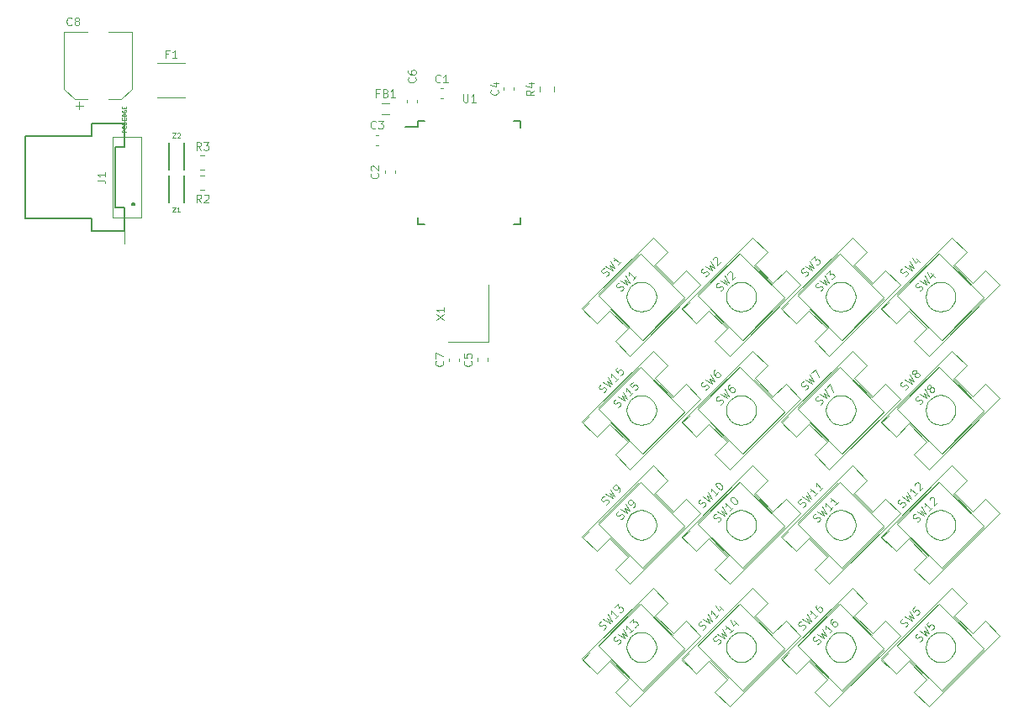
<source format=gbr>
%TF.GenerationSoftware,Flux,Pcbnew,7.0.11-7.0.11~ubuntu20.04.1*%
%TF.CreationDate,2024-08-18T16:19:11+00:00*%
%TF.ProjectId,input,696e7075-742e-46b6-9963-61645f706362,rev?*%
%TF.SameCoordinates,Original*%
%TF.FileFunction,Legend,Top*%
%TF.FilePolarity,Positive*%
%FSLAX46Y46*%
G04 Gerber Fmt 4.6, Leading zero omitted, Abs format (unit mm)*
G04 Filename: promicromacro*
G04 Build it with Flux! Visit our site at: https://www.flux.ai (PCBNEW 7.0.11-7.0.11~ubuntu20.04.1) date 2024-08-18 16:19:11*
%MOMM*%
%LPD*%
G01*
G04 APERTURE LIST*
%ADD10C,0.095000*%
%ADD11C,0.057000*%
%ADD12C,0.045667*%
%ADD13C,0.095323*%
%ADD14C,0.095200*%
%ADD15C,0.100000*%
%ADD16C,0.120000*%
%ADD17C,0.050000*%
%ADD18C,0.150000*%
%ADD19C,0.127000*%
%ADD20C,0.200000*%
%ADD21C,0.010000*%
G04 APERTURE END LIST*
D10*
X20209780Y-5766181D02*
X20317530Y-5712307D01*
X20317530Y-5712307D02*
X20452217Y-5577620D01*
X20452217Y-5577620D02*
X20479154Y-5496807D01*
X20479154Y-5496807D02*
X20479154Y-5442933D01*
X20479154Y-5442933D02*
X20452217Y-5362120D01*
X20452217Y-5362120D02*
X20398342Y-5308246D01*
X20398342Y-5308246D02*
X20317530Y-5281308D01*
X20317530Y-5281308D02*
X20263655Y-5281308D01*
X20263655Y-5281308D02*
X20182843Y-5308246D01*
X20182843Y-5308246D02*
X20048156Y-5389058D01*
X20048156Y-5389058D02*
X19967344Y-5415995D01*
X19967344Y-5415995D02*
X19913469Y-5415995D01*
X19913469Y-5415995D02*
X19832657Y-5389058D01*
X19832657Y-5389058D02*
X19778782Y-5335183D01*
X19778782Y-5335183D02*
X19751845Y-5254371D01*
X19751845Y-5254371D02*
X19751845Y-5200496D01*
X19751845Y-5200496D02*
X19778782Y-5119684D01*
X19778782Y-5119684D02*
X19913469Y-4984997D01*
X19913469Y-4984997D02*
X20021219Y-4931122D01*
X20182843Y-4715623D02*
X20883216Y-5146621D01*
X20883216Y-5146621D02*
X20586904Y-4634810D01*
X20586904Y-4634810D02*
X21098715Y-4931122D01*
X21098715Y-4931122D02*
X20667716Y-4230749D01*
X21125652Y-3772813D02*
X21017903Y-3880563D01*
X21017903Y-3880563D02*
X20990965Y-3961375D01*
X20990965Y-3961375D02*
X20990965Y-4015250D01*
X20990965Y-4015250D02*
X21017903Y-4149937D01*
X21017903Y-4149937D02*
X21098715Y-4284624D01*
X21098715Y-4284624D02*
X21314214Y-4500123D01*
X21314214Y-4500123D02*
X21395026Y-4527061D01*
X21395026Y-4527061D02*
X21448901Y-4527061D01*
X21448901Y-4527061D02*
X21529713Y-4500123D01*
X21529713Y-4500123D02*
X21637463Y-4392374D01*
X21637463Y-4392374D02*
X21664400Y-4311561D01*
X21664400Y-4311561D02*
X21664400Y-4257687D01*
X21664400Y-4257687D02*
X21637463Y-4176874D01*
X21637463Y-4176874D02*
X21502776Y-4042187D01*
X21502776Y-4042187D02*
X21421964Y-4015250D01*
X21421964Y-4015250D02*
X21368089Y-4015250D01*
X21368089Y-4015250D02*
X21287277Y-4042187D01*
X21287277Y-4042187D02*
X21179527Y-4149937D01*
X21179527Y-4149937D02*
X21152590Y-4230749D01*
X21152590Y-4230749D02*
X21152590Y-4284624D01*
X21152590Y-4284624D02*
X21179527Y-4365436D01*
X18724853Y-4281259D02*
X18832603Y-4227385D01*
X18832603Y-4227385D02*
X18967290Y-4092698D01*
X18967290Y-4092698D02*
X18994227Y-4011885D01*
X18994227Y-4011885D02*
X18994227Y-3958011D01*
X18994227Y-3958011D02*
X18967290Y-3877198D01*
X18967290Y-3877198D02*
X18913415Y-3823324D01*
X18913415Y-3823324D02*
X18832603Y-3796386D01*
X18832603Y-3796386D02*
X18778728Y-3796386D01*
X18778728Y-3796386D02*
X18697916Y-3823324D01*
X18697916Y-3823324D02*
X18563229Y-3904136D01*
X18563229Y-3904136D02*
X18482417Y-3931073D01*
X18482417Y-3931073D02*
X18428542Y-3931073D01*
X18428542Y-3931073D02*
X18347730Y-3904136D01*
X18347730Y-3904136D02*
X18293855Y-3850261D01*
X18293855Y-3850261D02*
X18266918Y-3769449D01*
X18266918Y-3769449D02*
X18266918Y-3715574D01*
X18266918Y-3715574D02*
X18293855Y-3634762D01*
X18293855Y-3634762D02*
X18428542Y-3500075D01*
X18428542Y-3500075D02*
X18536292Y-3446200D01*
X18697916Y-3230701D02*
X19398289Y-3661699D01*
X19398289Y-3661699D02*
X19101977Y-3149888D01*
X19101977Y-3149888D02*
X19613788Y-3446200D01*
X19613788Y-3446200D02*
X19182789Y-2745827D01*
X19640725Y-2287891D02*
X19532976Y-2395641D01*
X19532976Y-2395641D02*
X19506038Y-2476453D01*
X19506038Y-2476453D02*
X19506038Y-2530328D01*
X19506038Y-2530328D02*
X19532976Y-2665015D01*
X19532976Y-2665015D02*
X19613788Y-2799702D01*
X19613788Y-2799702D02*
X19829287Y-3015201D01*
X19829287Y-3015201D02*
X19910099Y-3042139D01*
X19910099Y-3042139D02*
X19963974Y-3042139D01*
X19963974Y-3042139D02*
X20044786Y-3015201D01*
X20044786Y-3015201D02*
X20152536Y-2907452D01*
X20152536Y-2907452D02*
X20179473Y-2826639D01*
X20179473Y-2826639D02*
X20179473Y-2772765D01*
X20179473Y-2772765D02*
X20152536Y-2691952D01*
X20152536Y-2691952D02*
X20017849Y-2557265D01*
X20017849Y-2557265D02*
X19937037Y-2530328D01*
X19937037Y-2530328D02*
X19883162Y-2530328D01*
X19883162Y-2530328D02*
X19802350Y-2557265D01*
X19802350Y-2557265D02*
X19694600Y-2665015D01*
X19694600Y-2665015D02*
X19667663Y-2745827D01*
X19667663Y-2745827D02*
X19667663Y-2799702D01*
X19667663Y-2799702D02*
X19694600Y-2880514D01*
X-10545344Y27178167D02*
X-10507249Y27140071D01*
X-10507249Y27140071D02*
X-10469153Y27025786D01*
X-10469153Y27025786D02*
X-10469153Y26949595D01*
X-10469153Y26949595D02*
X-10507249Y26835309D01*
X-10507249Y26835309D02*
X-10583439Y26759119D01*
X-10583439Y26759119D02*
X-10659629Y26721024D01*
X-10659629Y26721024D02*
X-10812010Y26682928D01*
X-10812010Y26682928D02*
X-10926296Y26682928D01*
X-10926296Y26682928D02*
X-11078677Y26721024D01*
X-11078677Y26721024D02*
X-11154868Y26759119D01*
X-11154868Y26759119D02*
X-11231058Y26835309D01*
X-11231058Y26835309D02*
X-11269153Y26949595D01*
X-11269153Y26949595D02*
X-11269153Y27025786D01*
X-11269153Y27025786D02*
X-11231058Y27140071D01*
X-11231058Y27140071D02*
X-11192963Y27178167D01*
X-11269153Y27863881D02*
X-11269153Y27711500D01*
X-11269153Y27711500D02*
X-11231058Y27635309D01*
X-11231058Y27635309D02*
X-11192963Y27597214D01*
X-11192963Y27597214D02*
X-11078677Y27521024D01*
X-11078677Y27521024D02*
X-10926296Y27482928D01*
X-10926296Y27482928D02*
X-10621534Y27482928D01*
X-10621534Y27482928D02*
X-10545344Y27521024D01*
X-10545344Y27521024D02*
X-10507249Y27559119D01*
X-10507249Y27559119D02*
X-10469153Y27635309D01*
X-10469153Y27635309D02*
X-10469153Y27787690D01*
X-10469153Y27787690D02*
X-10507249Y27863881D01*
X-10507249Y27863881D02*
X-10545344Y27901976D01*
X-10545344Y27901976D02*
X-10621534Y27940071D01*
X-10621534Y27940071D02*
X-10812010Y27940071D01*
X-10812010Y27940071D02*
X-10888201Y27901976D01*
X-10888201Y27901976D02*
X-10926296Y27863881D01*
X-10926296Y27863881D02*
X-10964391Y27787690D01*
X-10964391Y27787690D02*
X-10964391Y27635309D01*
X-10964391Y27635309D02*
X-10926296Y27559119D01*
X-10926296Y27559119D02*
X-10888201Y27521024D01*
X-10888201Y27521024D02*
X-10812010Y27482928D01*
X-2226235Y25941462D02*
X-2188140Y25903366D01*
X-2188140Y25903366D02*
X-2150044Y25789081D01*
X-2150044Y25789081D02*
X-2150044Y25712890D01*
X-2150044Y25712890D02*
X-2188140Y25598604D01*
X-2188140Y25598604D02*
X-2264330Y25522414D01*
X-2264330Y25522414D02*
X-2340520Y25484319D01*
X-2340520Y25484319D02*
X-2492901Y25446223D01*
X-2492901Y25446223D02*
X-2607187Y25446223D01*
X-2607187Y25446223D02*
X-2759568Y25484319D01*
X-2759568Y25484319D02*
X-2835759Y25522414D01*
X-2835759Y25522414D02*
X-2911949Y25598604D01*
X-2911949Y25598604D02*
X-2950044Y25712890D01*
X-2950044Y25712890D02*
X-2950044Y25789081D01*
X-2950044Y25789081D02*
X-2911949Y25903366D01*
X-2911949Y25903366D02*
X-2873854Y25941462D01*
X-2683378Y26627176D02*
X-2150044Y26627176D01*
X-2988140Y26436700D02*
X-2416711Y26246223D01*
X-2416711Y26246223D02*
X-2416711Y26741462D01*
X-8415344Y2767870D02*
X-7615344Y3301204D01*
X-8415344Y3301204D02*
X-7615344Y2767870D01*
X-7615344Y4025013D02*
X-7615344Y3567870D01*
X-7615344Y3796442D02*
X-8415344Y3796442D01*
X-8415344Y3796442D02*
X-8301059Y3720251D01*
X-8301059Y3720251D02*
X-8224868Y3644061D01*
X-8224868Y3644061D02*
X-8186773Y3567870D01*
X10169180Y5669718D02*
X10276930Y5723592D01*
X10276930Y5723592D02*
X10411617Y5858279D01*
X10411617Y5858279D02*
X10438554Y5939092D01*
X10438554Y5939092D02*
X10438554Y5992966D01*
X10438554Y5992966D02*
X10411617Y6073779D01*
X10411617Y6073779D02*
X10357742Y6127653D01*
X10357742Y6127653D02*
X10276930Y6154591D01*
X10276930Y6154591D02*
X10223055Y6154591D01*
X10223055Y6154591D02*
X10142243Y6127653D01*
X10142243Y6127653D02*
X10007556Y6046841D01*
X10007556Y6046841D02*
X9926744Y6019904D01*
X9926744Y6019904D02*
X9872869Y6019904D01*
X9872869Y6019904D02*
X9792057Y6046841D01*
X9792057Y6046841D02*
X9738182Y6100716D01*
X9738182Y6100716D02*
X9711245Y6181528D01*
X9711245Y6181528D02*
X9711245Y6235403D01*
X9711245Y6235403D02*
X9738182Y6316215D01*
X9738182Y6316215D02*
X9872869Y6450902D01*
X9872869Y6450902D02*
X9980619Y6504777D01*
X10142243Y6720276D02*
X10842616Y6289278D01*
X10842616Y6289278D02*
X10546304Y6801089D01*
X10546304Y6801089D02*
X11058115Y6504777D01*
X11058115Y6504777D02*
X10627116Y7205150D01*
X11704613Y7151275D02*
X11381364Y6828026D01*
X11542988Y6989651D02*
X10977303Y7555336D01*
X10977303Y7555336D02*
X11004240Y7420649D01*
X11004240Y7420649D02*
X11004240Y7312899D01*
X11004240Y7312899D02*
X10977303Y7232087D01*
X8684253Y7154640D02*
X8792003Y7208514D01*
X8792003Y7208514D02*
X8926690Y7343201D01*
X8926690Y7343201D02*
X8953627Y7424014D01*
X8953627Y7424014D02*
X8953627Y7477888D01*
X8953627Y7477888D02*
X8926690Y7558701D01*
X8926690Y7558701D02*
X8872815Y7612575D01*
X8872815Y7612575D02*
X8792003Y7639513D01*
X8792003Y7639513D02*
X8738128Y7639513D01*
X8738128Y7639513D02*
X8657316Y7612575D01*
X8657316Y7612575D02*
X8522629Y7531763D01*
X8522629Y7531763D02*
X8441817Y7504826D01*
X8441817Y7504826D02*
X8387942Y7504826D01*
X8387942Y7504826D02*
X8307130Y7531763D01*
X8307130Y7531763D02*
X8253255Y7585638D01*
X8253255Y7585638D02*
X8226318Y7666450D01*
X8226318Y7666450D02*
X8226318Y7720325D01*
X8226318Y7720325D02*
X8253255Y7801137D01*
X8253255Y7801137D02*
X8387942Y7935824D01*
X8387942Y7935824D02*
X8495692Y7989699D01*
X8657316Y8205198D02*
X9357689Y7774200D01*
X9357689Y7774200D02*
X9061377Y8286011D01*
X9061377Y8286011D02*
X9573188Y7989699D01*
X9573188Y7989699D02*
X9142189Y8690072D01*
X10219686Y8636197D02*
X9896437Y8312948D01*
X10058061Y8474573D02*
X9492376Y9040258D01*
X9492376Y9040258D02*
X9519313Y8905571D01*
X9519313Y8905571D02*
X9519313Y8797821D01*
X9519313Y8797821D02*
X9492376Y8717009D01*
X-7759435Y-1381937D02*
X-7721340Y-1420033D01*
X-7721340Y-1420033D02*
X-7683244Y-1534318D01*
X-7683244Y-1534318D02*
X-7683244Y-1610509D01*
X-7683244Y-1610509D02*
X-7721340Y-1724795D01*
X-7721340Y-1724795D02*
X-7797530Y-1800985D01*
X-7797530Y-1800985D02*
X-7873720Y-1839080D01*
X-7873720Y-1839080D02*
X-8026101Y-1877176D01*
X-8026101Y-1877176D02*
X-8140387Y-1877176D01*
X-8140387Y-1877176D02*
X-8292768Y-1839080D01*
X-8292768Y-1839080D02*
X-8368959Y-1800985D01*
X-8368959Y-1800985D02*
X-8445149Y-1724795D01*
X-8445149Y-1724795D02*
X-8483244Y-1610509D01*
X-8483244Y-1610509D02*
X-8483244Y-1534318D01*
X-8483244Y-1534318D02*
X-8445149Y-1420033D01*
X-8445149Y-1420033D02*
X-8407054Y-1381937D01*
X-8483244Y-1115271D02*
X-8483244Y-581937D01*
X-8483244Y-581937D02*
X-7683244Y-924795D01*
D11*
X-34970263Y14111906D02*
X-34650263Y14111906D01*
X-34650263Y14111906D02*
X-34970263Y13631906D01*
X-34970263Y13631906D02*
X-34650263Y13631906D01*
X-34215977Y13631906D02*
X-34490263Y13631906D01*
X-34353120Y13631906D02*
X-34353120Y14111906D01*
X-34353120Y14111906D02*
X-34398834Y14043335D01*
X-34398834Y14043335D02*
X-34444549Y13997621D01*
X-34444549Y13997621D02*
X-34490263Y13974764D01*
D10*
X-4917535Y-1374537D02*
X-4879440Y-1412633D01*
X-4879440Y-1412633D02*
X-4841344Y-1526918D01*
X-4841344Y-1526918D02*
X-4841344Y-1603109D01*
X-4841344Y-1603109D02*
X-4879440Y-1717395D01*
X-4879440Y-1717395D02*
X-4955630Y-1793585D01*
X-4955630Y-1793585D02*
X-5031820Y-1831680D01*
X-5031820Y-1831680D02*
X-5184201Y-1869776D01*
X-5184201Y-1869776D02*
X-5298487Y-1869776D01*
X-5298487Y-1869776D02*
X-5450868Y-1831680D01*
X-5450868Y-1831680D02*
X-5527059Y-1793585D01*
X-5527059Y-1793585D02*
X-5603249Y-1717395D01*
X-5603249Y-1717395D02*
X-5641344Y-1603109D01*
X-5641344Y-1603109D02*
X-5641344Y-1526918D01*
X-5641344Y-1526918D02*
X-5603249Y-1412633D01*
X-5603249Y-1412633D02*
X-5565154Y-1374537D01*
X-5641344Y-650728D02*
X-5641344Y-1031680D01*
X-5641344Y-1031680D02*
X-5260392Y-1069776D01*
X-5260392Y-1069776D02*
X-5298487Y-1031680D01*
X-5298487Y-1031680D02*
X-5336582Y-955490D01*
X-5336582Y-955490D02*
X-5336582Y-765014D01*
X-5336582Y-765014D02*
X-5298487Y-688823D01*
X-5298487Y-688823D02*
X-5260392Y-650728D01*
X-5260392Y-650728D02*
X-5184201Y-612633D01*
X-5184201Y-612633D02*
X-4993725Y-612633D01*
X-4993725Y-612633D02*
X-4917535Y-650728D01*
X-4917535Y-650728D02*
X-4879440Y-688823D01*
X-4879440Y-688823D02*
X-4841344Y-765014D01*
X-4841344Y-765014D02*
X-4841344Y-955490D01*
X-4841344Y-955490D02*
X-4879440Y-1031680D01*
X-4879440Y-1031680D02*
X-4917535Y-1069776D01*
X-14513928Y22105735D02*
X-14552024Y22067640D01*
X-14552024Y22067640D02*
X-14666309Y22029544D01*
X-14666309Y22029544D02*
X-14742500Y22029544D01*
X-14742500Y22029544D02*
X-14856786Y22067640D01*
X-14856786Y22067640D02*
X-14932976Y22143830D01*
X-14932976Y22143830D02*
X-14971071Y22220020D01*
X-14971071Y22220020D02*
X-15009167Y22372401D01*
X-15009167Y22372401D02*
X-15009167Y22486687D01*
X-15009167Y22486687D02*
X-14971071Y22639068D01*
X-14971071Y22639068D02*
X-14932976Y22715259D01*
X-14932976Y22715259D02*
X-14856786Y22791449D01*
X-14856786Y22791449D02*
X-14742500Y22829544D01*
X-14742500Y22829544D02*
X-14666309Y22829544D01*
X-14666309Y22829544D02*
X-14552024Y22791449D01*
X-14552024Y22791449D02*
X-14513928Y22753354D01*
X-14247262Y22829544D02*
X-13752024Y22829544D01*
X-13752024Y22829544D02*
X-14018690Y22524782D01*
X-14018690Y22524782D02*
X-13904405Y22524782D01*
X-13904405Y22524782D02*
X-13828214Y22486687D01*
X-13828214Y22486687D02*
X-13790119Y22448592D01*
X-13790119Y22448592D02*
X-13752024Y22372401D01*
X-13752024Y22372401D02*
X-13752024Y22181925D01*
X-13752024Y22181925D02*
X-13790119Y22105735D01*
X-13790119Y22105735D02*
X-13828214Y22067640D01*
X-13828214Y22067640D02*
X-13904405Y22029544D01*
X-13904405Y22029544D02*
X-14132976Y22029544D01*
X-14132976Y22029544D02*
X-14209167Y22067640D01*
X-14209167Y22067640D02*
X-14247262Y22105735D01*
X30250280Y-5766181D02*
X30358030Y-5712307D01*
X30358030Y-5712307D02*
X30492717Y-5577620D01*
X30492717Y-5577620D02*
X30519654Y-5496807D01*
X30519654Y-5496807D02*
X30519654Y-5442933D01*
X30519654Y-5442933D02*
X30492717Y-5362120D01*
X30492717Y-5362120D02*
X30438842Y-5308246D01*
X30438842Y-5308246D02*
X30358030Y-5281308D01*
X30358030Y-5281308D02*
X30304155Y-5281308D01*
X30304155Y-5281308D02*
X30223343Y-5308246D01*
X30223343Y-5308246D02*
X30088656Y-5389058D01*
X30088656Y-5389058D02*
X30007844Y-5415995D01*
X30007844Y-5415995D02*
X29953969Y-5415995D01*
X29953969Y-5415995D02*
X29873157Y-5389058D01*
X29873157Y-5389058D02*
X29819282Y-5335183D01*
X29819282Y-5335183D02*
X29792345Y-5254371D01*
X29792345Y-5254371D02*
X29792345Y-5200496D01*
X29792345Y-5200496D02*
X29819282Y-5119684D01*
X29819282Y-5119684D02*
X29953969Y-4984997D01*
X29953969Y-4984997D02*
X30061719Y-4931122D01*
X30223343Y-4715623D02*
X30923716Y-5146621D01*
X30923716Y-5146621D02*
X30627404Y-4634810D01*
X30627404Y-4634810D02*
X31139215Y-4931122D01*
X31139215Y-4931122D02*
X30708216Y-4230749D01*
X30869841Y-4069125D02*
X31246965Y-3692001D01*
X31246965Y-3692001D02*
X31570213Y-4500123D01*
X28765353Y-4281259D02*
X28873103Y-4227385D01*
X28873103Y-4227385D02*
X29007790Y-4092698D01*
X29007790Y-4092698D02*
X29034727Y-4011885D01*
X29034727Y-4011885D02*
X29034727Y-3958011D01*
X29034727Y-3958011D02*
X29007790Y-3877198D01*
X29007790Y-3877198D02*
X28953915Y-3823324D01*
X28953915Y-3823324D02*
X28873103Y-3796386D01*
X28873103Y-3796386D02*
X28819228Y-3796386D01*
X28819228Y-3796386D02*
X28738416Y-3823324D01*
X28738416Y-3823324D02*
X28603729Y-3904136D01*
X28603729Y-3904136D02*
X28522917Y-3931073D01*
X28522917Y-3931073D02*
X28469042Y-3931073D01*
X28469042Y-3931073D02*
X28388230Y-3904136D01*
X28388230Y-3904136D02*
X28334355Y-3850261D01*
X28334355Y-3850261D02*
X28307418Y-3769449D01*
X28307418Y-3769449D02*
X28307418Y-3715574D01*
X28307418Y-3715574D02*
X28334355Y-3634762D01*
X28334355Y-3634762D02*
X28469042Y-3500075D01*
X28469042Y-3500075D02*
X28576792Y-3446200D01*
X28738416Y-3230701D02*
X29438789Y-3661699D01*
X29438789Y-3661699D02*
X29142477Y-3149888D01*
X29142477Y-3149888D02*
X29654288Y-3446200D01*
X29654288Y-3446200D02*
X29223289Y-2745827D01*
X29384914Y-2584203D02*
X29762038Y-2207079D01*
X29762038Y-2207079D02*
X30085286Y-3015201D01*
X-14303335Y17529065D02*
X-14265240Y17490969D01*
X-14265240Y17490969D02*
X-14227144Y17376684D01*
X-14227144Y17376684D02*
X-14227144Y17300493D01*
X-14227144Y17300493D02*
X-14265240Y17186207D01*
X-14265240Y17186207D02*
X-14341430Y17110017D01*
X-14341430Y17110017D02*
X-14417620Y17071922D01*
X-14417620Y17071922D02*
X-14570001Y17033826D01*
X-14570001Y17033826D02*
X-14684287Y17033826D01*
X-14684287Y17033826D02*
X-14836668Y17071922D01*
X-14836668Y17071922D02*
X-14912859Y17110017D01*
X-14912859Y17110017D02*
X-14989049Y17186207D01*
X-14989049Y17186207D02*
X-15027144Y17300493D01*
X-15027144Y17300493D02*
X-15027144Y17376684D01*
X-15027144Y17376684D02*
X-14989049Y17490969D01*
X-14989049Y17490969D02*
X-14950954Y17529065D01*
X-14950954Y17833826D02*
X-14989049Y17871922D01*
X-14989049Y17871922D02*
X-15027144Y17948112D01*
X-15027144Y17948112D02*
X-15027144Y18138588D01*
X-15027144Y18138588D02*
X-14989049Y18214779D01*
X-14989049Y18214779D02*
X-14950954Y18252874D01*
X-14950954Y18252874D02*
X-14874763Y18290969D01*
X-14874763Y18290969D02*
X-14798573Y18290969D01*
X-14798573Y18290969D02*
X-14684287Y18252874D01*
X-14684287Y18252874D02*
X-14227144Y17795731D01*
X-14227144Y17795731D02*
X-14227144Y18290969D01*
X40290880Y-29668381D02*
X40398630Y-29614507D01*
X40398630Y-29614507D02*
X40533317Y-29479820D01*
X40533317Y-29479820D02*
X40560254Y-29399007D01*
X40560254Y-29399007D02*
X40560254Y-29345133D01*
X40560254Y-29345133D02*
X40533317Y-29264320D01*
X40533317Y-29264320D02*
X40479442Y-29210446D01*
X40479442Y-29210446D02*
X40398630Y-29183508D01*
X40398630Y-29183508D02*
X40344755Y-29183508D01*
X40344755Y-29183508D02*
X40263943Y-29210446D01*
X40263943Y-29210446D02*
X40129256Y-29291258D01*
X40129256Y-29291258D02*
X40048444Y-29318195D01*
X40048444Y-29318195D02*
X39994569Y-29318195D01*
X39994569Y-29318195D02*
X39913757Y-29291258D01*
X39913757Y-29291258D02*
X39859882Y-29237383D01*
X39859882Y-29237383D02*
X39832945Y-29156571D01*
X39832945Y-29156571D02*
X39832945Y-29102696D01*
X39832945Y-29102696D02*
X39859882Y-29021884D01*
X39859882Y-29021884D02*
X39994569Y-28887197D01*
X39994569Y-28887197D02*
X40102319Y-28833322D01*
X40263943Y-28617823D02*
X40964316Y-29048821D01*
X40964316Y-29048821D02*
X40668004Y-28537010D01*
X40668004Y-28537010D02*
X41179815Y-28833322D01*
X41179815Y-28833322D02*
X40748816Y-28132949D01*
X41233690Y-27648076D02*
X40964316Y-27917450D01*
X40964316Y-27917450D02*
X41206752Y-28213761D01*
X41206752Y-28213761D02*
X41206752Y-28159887D01*
X41206752Y-28159887D02*
X41233690Y-28079074D01*
X41233690Y-28079074D02*
X41368377Y-27944387D01*
X41368377Y-27944387D02*
X41449189Y-27917450D01*
X41449189Y-27917450D02*
X41503064Y-27917450D01*
X41503064Y-27917450D02*
X41583876Y-27944387D01*
X41583876Y-27944387D02*
X41718563Y-28079074D01*
X41718563Y-28079074D02*
X41745500Y-28159887D01*
X41745500Y-28159887D02*
X41745500Y-28213761D01*
X41745500Y-28213761D02*
X41718563Y-28294574D01*
X41718563Y-28294574D02*
X41583876Y-28429261D01*
X41583876Y-28429261D02*
X41503064Y-28456198D01*
X41503064Y-28456198D02*
X41449189Y-28456198D01*
X38805953Y-28183459D02*
X38913703Y-28129585D01*
X38913703Y-28129585D02*
X39048390Y-27994898D01*
X39048390Y-27994898D02*
X39075327Y-27914085D01*
X39075327Y-27914085D02*
X39075327Y-27860211D01*
X39075327Y-27860211D02*
X39048390Y-27779398D01*
X39048390Y-27779398D02*
X38994515Y-27725524D01*
X38994515Y-27725524D02*
X38913703Y-27698586D01*
X38913703Y-27698586D02*
X38859828Y-27698586D01*
X38859828Y-27698586D02*
X38779016Y-27725524D01*
X38779016Y-27725524D02*
X38644329Y-27806336D01*
X38644329Y-27806336D02*
X38563517Y-27833273D01*
X38563517Y-27833273D02*
X38509642Y-27833273D01*
X38509642Y-27833273D02*
X38428830Y-27806336D01*
X38428830Y-27806336D02*
X38374955Y-27752461D01*
X38374955Y-27752461D02*
X38348018Y-27671649D01*
X38348018Y-27671649D02*
X38348018Y-27617774D01*
X38348018Y-27617774D02*
X38374955Y-27536962D01*
X38374955Y-27536962D02*
X38509642Y-27402275D01*
X38509642Y-27402275D02*
X38617392Y-27348400D01*
X38779016Y-27132901D02*
X39479389Y-27563899D01*
X39479389Y-27563899D02*
X39183077Y-27052088D01*
X39183077Y-27052088D02*
X39694888Y-27348400D01*
X39694888Y-27348400D02*
X39263889Y-26648027D01*
X39748763Y-26163154D02*
X39479389Y-26432528D01*
X39479389Y-26432528D02*
X39721825Y-26728839D01*
X39721825Y-26728839D02*
X39721825Y-26674965D01*
X39721825Y-26674965D02*
X39748763Y-26594152D01*
X39748763Y-26594152D02*
X39883450Y-26459465D01*
X39883450Y-26459465D02*
X39964262Y-26432528D01*
X39964262Y-26432528D02*
X40018137Y-26432528D01*
X40018137Y-26432528D02*
X40098949Y-26459465D01*
X40098949Y-26459465D02*
X40233636Y-26594152D01*
X40233636Y-26594152D02*
X40260573Y-26674965D01*
X40260573Y-26674965D02*
X40260573Y-26728839D01*
X40260573Y-26728839D02*
X40233636Y-26809652D01*
X40233636Y-26809652D02*
X40098949Y-26944339D01*
X40098949Y-26944339D02*
X40018137Y-26971276D01*
X40018137Y-26971276D02*
X39964262Y-26971276D01*
X10169180Y-17334481D02*
X10276930Y-17280607D01*
X10276930Y-17280607D02*
X10411617Y-17145920D01*
X10411617Y-17145920D02*
X10438554Y-17065107D01*
X10438554Y-17065107D02*
X10438554Y-17011233D01*
X10438554Y-17011233D02*
X10411617Y-16930420D01*
X10411617Y-16930420D02*
X10357742Y-16876546D01*
X10357742Y-16876546D02*
X10276930Y-16849608D01*
X10276930Y-16849608D02*
X10223055Y-16849608D01*
X10223055Y-16849608D02*
X10142243Y-16876546D01*
X10142243Y-16876546D02*
X10007556Y-16957358D01*
X10007556Y-16957358D02*
X9926744Y-16984295D01*
X9926744Y-16984295D02*
X9872869Y-16984295D01*
X9872869Y-16984295D02*
X9792057Y-16957358D01*
X9792057Y-16957358D02*
X9738182Y-16903483D01*
X9738182Y-16903483D02*
X9711245Y-16822671D01*
X9711245Y-16822671D02*
X9711245Y-16768796D01*
X9711245Y-16768796D02*
X9738182Y-16687984D01*
X9738182Y-16687984D02*
X9872869Y-16553297D01*
X9872869Y-16553297D02*
X9980619Y-16499422D01*
X10142243Y-16283923D02*
X10842616Y-16714921D01*
X10842616Y-16714921D02*
X10546304Y-16203110D01*
X10546304Y-16203110D02*
X11058115Y-16499422D01*
X11058115Y-16499422D02*
X10627116Y-15799049D01*
X11435239Y-16122298D02*
X11542988Y-16014548D01*
X11542988Y-16014548D02*
X11569926Y-15933736D01*
X11569926Y-15933736D02*
X11569926Y-15879861D01*
X11569926Y-15879861D02*
X11542988Y-15745174D01*
X11542988Y-15745174D02*
X11462176Y-15610487D01*
X11462176Y-15610487D02*
X11246677Y-15394988D01*
X11246677Y-15394988D02*
X11165865Y-15368051D01*
X11165865Y-15368051D02*
X11111990Y-15368051D01*
X11111990Y-15368051D02*
X11031178Y-15394988D01*
X11031178Y-15394988D02*
X10923428Y-15502738D01*
X10923428Y-15502738D02*
X10896491Y-15583550D01*
X10896491Y-15583550D02*
X10896491Y-15637425D01*
X10896491Y-15637425D02*
X10923428Y-15718237D01*
X10923428Y-15718237D02*
X11058115Y-15852924D01*
X11058115Y-15852924D02*
X11138927Y-15879861D01*
X11138927Y-15879861D02*
X11192802Y-15879861D01*
X11192802Y-15879861D02*
X11273614Y-15852924D01*
X11273614Y-15852924D02*
X11381364Y-15745174D01*
X11381364Y-15745174D02*
X11408301Y-15664362D01*
X11408301Y-15664362D02*
X11408301Y-15610487D01*
X11408301Y-15610487D02*
X11381364Y-15529675D01*
X8684253Y-15849559D02*
X8792003Y-15795685D01*
X8792003Y-15795685D02*
X8926690Y-15660998D01*
X8926690Y-15660998D02*
X8953627Y-15580185D01*
X8953627Y-15580185D02*
X8953627Y-15526311D01*
X8953627Y-15526311D02*
X8926690Y-15445498D01*
X8926690Y-15445498D02*
X8872815Y-15391624D01*
X8872815Y-15391624D02*
X8792003Y-15364686D01*
X8792003Y-15364686D02*
X8738128Y-15364686D01*
X8738128Y-15364686D02*
X8657316Y-15391624D01*
X8657316Y-15391624D02*
X8522629Y-15472436D01*
X8522629Y-15472436D02*
X8441817Y-15499373D01*
X8441817Y-15499373D02*
X8387942Y-15499373D01*
X8387942Y-15499373D02*
X8307130Y-15472436D01*
X8307130Y-15472436D02*
X8253255Y-15418561D01*
X8253255Y-15418561D02*
X8226318Y-15337749D01*
X8226318Y-15337749D02*
X8226318Y-15283874D01*
X8226318Y-15283874D02*
X8253255Y-15203062D01*
X8253255Y-15203062D02*
X8387942Y-15068375D01*
X8387942Y-15068375D02*
X8495692Y-15014500D01*
X8657316Y-14799001D02*
X9357689Y-15229999D01*
X9357689Y-15229999D02*
X9061377Y-14718188D01*
X9061377Y-14718188D02*
X9573188Y-15014500D01*
X9573188Y-15014500D02*
X9142189Y-14314127D01*
X9950312Y-14637376D02*
X10058061Y-14529626D01*
X10058061Y-14529626D02*
X10084999Y-14448814D01*
X10084999Y-14448814D02*
X10084999Y-14394939D01*
X10084999Y-14394939D02*
X10058061Y-14260252D01*
X10058061Y-14260252D02*
X9977249Y-14125565D01*
X9977249Y-14125565D02*
X9761750Y-13910066D01*
X9761750Y-13910066D02*
X9680938Y-13883129D01*
X9680938Y-13883129D02*
X9627063Y-13883129D01*
X9627063Y-13883129D02*
X9546251Y-13910066D01*
X9546251Y-13910066D02*
X9438501Y-14017816D01*
X9438501Y-14017816D02*
X9411564Y-14098628D01*
X9411564Y-14098628D02*
X9411564Y-14152503D01*
X9411564Y-14152503D02*
X9438501Y-14233315D01*
X9438501Y-14233315D02*
X9573188Y-14368002D01*
X9573188Y-14368002D02*
X9654000Y-14394939D01*
X9654000Y-14394939D02*
X9707875Y-14394939D01*
X9707875Y-14394939D02*
X9788687Y-14368002D01*
X9788687Y-14368002D02*
X9896437Y-14260252D01*
X9896437Y-14260252D02*
X9923374Y-14179440D01*
X9923374Y-14179440D02*
X9923374Y-14125565D01*
X9923374Y-14125565D02*
X9896437Y-14044753D01*
X-14190766Y25635392D02*
X-14457432Y25635392D01*
X-14457432Y25216344D02*
X-14457432Y26016344D01*
X-14457432Y26016344D02*
X-14076480Y26016344D01*
X-13505052Y25635392D02*
X-13390766Y25597297D01*
X-13390766Y25597297D02*
X-13352671Y25559201D01*
X-13352671Y25559201D02*
X-13314575Y25483011D01*
X-13314575Y25483011D02*
X-13314575Y25368725D01*
X-13314575Y25368725D02*
X-13352671Y25292535D01*
X-13352671Y25292535D02*
X-13390766Y25254440D01*
X-13390766Y25254440D02*
X-13466956Y25216344D01*
X-13466956Y25216344D02*
X-13771718Y25216344D01*
X-13771718Y25216344D02*
X-13771718Y26016344D01*
X-13771718Y26016344D02*
X-13505052Y26016344D01*
X-13505052Y26016344D02*
X-13428861Y25978249D01*
X-13428861Y25978249D02*
X-13390766Y25940154D01*
X-13390766Y25940154D02*
X-13352671Y25863963D01*
X-13352671Y25863963D02*
X-13352671Y25787773D01*
X-13352671Y25787773D02*
X-13390766Y25711582D01*
X-13390766Y25711582D02*
X-13428861Y25673487D01*
X-13428861Y25673487D02*
X-13505052Y25635392D01*
X-13505052Y25635392D02*
X-13771718Y25635392D01*
X-12552671Y25216344D02*
X-13009814Y25216344D01*
X-12781242Y25216344D02*
X-12781242Y26016344D01*
X-12781242Y26016344D02*
X-12857433Y25902059D01*
X-12857433Y25902059D02*
X-12933623Y25825868D01*
X-12933623Y25825868D02*
X-13009814Y25787773D01*
D12*
X-39646690Y21673989D02*
X-40031250Y21673989D01*
X-40031250Y21673989D02*
X-40031250Y21820488D01*
X-40031250Y21820488D02*
X-40012938Y21857113D01*
X-40012938Y21857113D02*
X-39994625Y21875426D01*
X-39994625Y21875426D02*
X-39958001Y21893738D01*
X-39958001Y21893738D02*
X-39903063Y21893738D01*
X-39903063Y21893738D02*
X-39866439Y21875426D01*
X-39866439Y21875426D02*
X-39848126Y21857113D01*
X-39848126Y21857113D02*
X-39829814Y21820488D01*
X-39829814Y21820488D02*
X-39829814Y21673989D01*
X-39683315Y22278298D02*
X-39665003Y22259986D01*
X-39665003Y22259986D02*
X-39646690Y22205048D01*
X-39646690Y22205048D02*
X-39646690Y22168424D01*
X-39646690Y22168424D02*
X-39665003Y22113487D01*
X-39665003Y22113487D02*
X-39701627Y22076862D01*
X-39701627Y22076862D02*
X-39738252Y22058549D01*
X-39738252Y22058549D02*
X-39811502Y22040237D01*
X-39811502Y22040237D02*
X-39866439Y22040237D01*
X-39866439Y22040237D02*
X-39939688Y22058549D01*
X-39939688Y22058549D02*
X-39976313Y22076862D01*
X-39976313Y22076862D02*
X-40012938Y22113487D01*
X-40012938Y22113487D02*
X-40031250Y22168424D01*
X-40031250Y22168424D02*
X-40031250Y22205048D01*
X-40031250Y22205048D02*
X-40012938Y22259986D01*
X-40012938Y22259986D02*
X-39994625Y22278298D01*
X-39848126Y22571296D02*
X-39829814Y22626233D01*
X-39829814Y22626233D02*
X-39811502Y22644546D01*
X-39811502Y22644546D02*
X-39774877Y22662858D01*
X-39774877Y22662858D02*
X-39719940Y22662858D01*
X-39719940Y22662858D02*
X-39683315Y22644546D01*
X-39683315Y22644546D02*
X-39665003Y22626233D01*
X-39665003Y22626233D02*
X-39646690Y22589608D01*
X-39646690Y22589608D02*
X-39646690Y22443109D01*
X-39646690Y22443109D02*
X-40031250Y22443109D01*
X-40031250Y22443109D02*
X-40031250Y22571296D01*
X-40031250Y22571296D02*
X-40012938Y22607921D01*
X-40012938Y22607921D02*
X-39994625Y22626233D01*
X-39994625Y22626233D02*
X-39958001Y22644546D01*
X-39958001Y22644546D02*
X-39921376Y22644546D01*
X-39921376Y22644546D02*
X-39884751Y22626233D01*
X-39884751Y22626233D02*
X-39866439Y22607921D01*
X-39866439Y22607921D02*
X-39848126Y22571296D01*
X-39848126Y22571296D02*
X-39848126Y22443109D01*
X-39848126Y22937543D02*
X-39848126Y23065730D01*
X-39646690Y23120667D02*
X-39646690Y22937543D01*
X-39646690Y22937543D02*
X-40031250Y22937543D01*
X-40031250Y22937543D02*
X-40031250Y23120667D01*
X-39646690Y23285478D02*
X-40031250Y23285478D01*
X-40031250Y23285478D02*
X-40031250Y23377040D01*
X-40031250Y23377040D02*
X-40012938Y23431977D01*
X-40012938Y23431977D02*
X-39976313Y23468602D01*
X-39976313Y23468602D02*
X-39939688Y23486915D01*
X-39939688Y23486915D02*
X-39866439Y23505227D01*
X-39866439Y23505227D02*
X-39811502Y23505227D01*
X-39811502Y23505227D02*
X-39738252Y23486915D01*
X-39738252Y23486915D02*
X-39701627Y23468602D01*
X-39701627Y23468602D02*
X-39665003Y23431977D01*
X-39665003Y23431977D02*
X-39646690Y23377040D01*
X-39646690Y23377040D02*
X-39646690Y23285478D01*
X-40012938Y23871475D02*
X-40031250Y23834850D01*
X-40031250Y23834850D02*
X-40031250Y23779913D01*
X-40031250Y23779913D02*
X-40012938Y23724976D01*
X-40012938Y23724976D02*
X-39976313Y23688351D01*
X-39976313Y23688351D02*
X-39939688Y23670038D01*
X-39939688Y23670038D02*
X-39866439Y23651726D01*
X-39866439Y23651726D02*
X-39811502Y23651726D01*
X-39811502Y23651726D02*
X-39738252Y23670038D01*
X-39738252Y23670038D02*
X-39701627Y23688351D01*
X-39701627Y23688351D02*
X-39665003Y23724976D01*
X-39665003Y23724976D02*
X-39646690Y23779913D01*
X-39646690Y23779913D02*
X-39646690Y23816537D01*
X-39646690Y23816537D02*
X-39665003Y23871475D01*
X-39665003Y23871475D02*
X-39683315Y23889787D01*
X-39683315Y23889787D02*
X-39811502Y23889787D01*
X-39811502Y23889787D02*
X-39811502Y23816537D01*
X-39848126Y24054598D02*
X-39848126Y24182785D01*
X-39646690Y24237722D02*
X-39646690Y24054598D01*
X-39646690Y24054598D02*
X-40031250Y24054598D01*
X-40031250Y24054598D02*
X-40031250Y24237722D01*
D13*
D14*
X-42536957Y16843965D02*
X-41964329Y16843965D01*
X-41964329Y16843965D02*
X-41849803Y16805790D01*
X-41849803Y16805790D02*
X-41773453Y16729439D01*
X-41773453Y16729439D02*
X-41735277Y16614914D01*
X-41735277Y16614914D02*
X-41735277Y16538563D01*
X-41735277Y17645645D02*
X-41735277Y17187542D01*
X-41735277Y17416594D02*
X-42536957Y17416594D01*
X-42536957Y17416594D02*
X-42422432Y17340243D01*
X-42422432Y17340243D02*
X-42346081Y17263893D01*
X-42346081Y17263893D02*
X-42307906Y17187542D01*
D10*
D11*
X-34970273Y21590506D02*
X-34650273Y21590506D01*
X-34650273Y21590506D02*
X-34970273Y21110506D01*
X-34970273Y21110506D02*
X-34650273Y21110506D01*
X-34490273Y21544792D02*
X-34467416Y21567649D01*
X-34467416Y21567649D02*
X-34421702Y21590506D01*
X-34421702Y21590506D02*
X-34307416Y21590506D01*
X-34307416Y21590506D02*
X-34261702Y21567649D01*
X-34261702Y21567649D02*
X-34238844Y21544792D01*
X-34238844Y21544792D02*
X-34215987Y21499078D01*
X-34215987Y21499078D02*
X-34215987Y21453364D01*
X-34215987Y21453364D02*
X-34238844Y21384792D01*
X-34238844Y21384792D02*
X-34513130Y21110506D01*
X-34513130Y21110506D02*
X-34215987Y21110506D01*
D10*
X-5685523Y25481244D02*
X-5685523Y24833625D01*
X-5685523Y24833625D02*
X-5647428Y24757435D01*
X-5647428Y24757435D02*
X-5609333Y24719340D01*
X-5609333Y24719340D02*
X-5533142Y24681244D01*
X-5533142Y24681244D02*
X-5380761Y24681244D01*
X-5380761Y24681244D02*
X-5304571Y24719340D01*
X-5304571Y24719340D02*
X-5266476Y24757435D01*
X-5266476Y24757435D02*
X-5228380Y24833625D01*
X-5228380Y24833625D02*
X-5228380Y25481244D01*
X-4428381Y24681244D02*
X-4885524Y24681244D01*
X-4656952Y24681244D02*
X-4656952Y25481244D01*
X-4656952Y25481244D02*
X-4733143Y25366959D01*
X-4733143Y25366959D02*
X-4809333Y25290768D01*
X-4809333Y25290768D02*
X-4885524Y25252673D01*
X40290880Y-5758781D02*
X40398630Y-5704907D01*
X40398630Y-5704907D02*
X40533317Y-5570220D01*
X40533317Y-5570220D02*
X40560254Y-5489407D01*
X40560254Y-5489407D02*
X40560254Y-5435533D01*
X40560254Y-5435533D02*
X40533317Y-5354720D01*
X40533317Y-5354720D02*
X40479442Y-5300846D01*
X40479442Y-5300846D02*
X40398630Y-5273908D01*
X40398630Y-5273908D02*
X40344755Y-5273908D01*
X40344755Y-5273908D02*
X40263943Y-5300846D01*
X40263943Y-5300846D02*
X40129256Y-5381658D01*
X40129256Y-5381658D02*
X40048444Y-5408595D01*
X40048444Y-5408595D02*
X39994569Y-5408595D01*
X39994569Y-5408595D02*
X39913757Y-5381658D01*
X39913757Y-5381658D02*
X39859882Y-5327783D01*
X39859882Y-5327783D02*
X39832945Y-5246971D01*
X39832945Y-5246971D02*
X39832945Y-5193096D01*
X39832945Y-5193096D02*
X39859882Y-5112284D01*
X39859882Y-5112284D02*
X39994569Y-4977597D01*
X39994569Y-4977597D02*
X40102319Y-4923722D01*
X40263943Y-4708223D02*
X40964316Y-5139221D01*
X40964316Y-5139221D02*
X40668004Y-4627410D01*
X40668004Y-4627410D02*
X41179815Y-4923722D01*
X41179815Y-4923722D02*
X40748816Y-4223349D01*
X41287565Y-4169474D02*
X41206752Y-4196412D01*
X41206752Y-4196412D02*
X41152878Y-4196412D01*
X41152878Y-4196412D02*
X41072065Y-4169474D01*
X41072065Y-4169474D02*
X41045128Y-4142537D01*
X41045128Y-4142537D02*
X41018191Y-4061725D01*
X41018191Y-4061725D02*
X41018191Y-4007850D01*
X41018191Y-4007850D02*
X41045128Y-3927038D01*
X41045128Y-3927038D02*
X41152878Y-3819288D01*
X41152878Y-3819288D02*
X41233690Y-3792351D01*
X41233690Y-3792351D02*
X41287565Y-3792351D01*
X41287565Y-3792351D02*
X41368377Y-3819288D01*
X41368377Y-3819288D02*
X41395314Y-3846225D01*
X41395314Y-3846225D02*
X41422252Y-3927038D01*
X41422252Y-3927038D02*
X41422252Y-3980912D01*
X41422252Y-3980912D02*
X41395314Y-4061725D01*
X41395314Y-4061725D02*
X41287565Y-4169474D01*
X41287565Y-4169474D02*
X41260627Y-4250287D01*
X41260627Y-4250287D02*
X41260627Y-4304161D01*
X41260627Y-4304161D02*
X41287565Y-4384974D01*
X41287565Y-4384974D02*
X41395314Y-4492723D01*
X41395314Y-4492723D02*
X41476126Y-4519661D01*
X41476126Y-4519661D02*
X41530001Y-4519661D01*
X41530001Y-4519661D02*
X41610813Y-4492723D01*
X41610813Y-4492723D02*
X41718563Y-4384974D01*
X41718563Y-4384974D02*
X41745500Y-4304161D01*
X41745500Y-4304161D02*
X41745500Y-4250287D01*
X41745500Y-4250287D02*
X41718563Y-4169474D01*
X41718563Y-4169474D02*
X41610813Y-4061725D01*
X41610813Y-4061725D02*
X41530001Y-4034787D01*
X41530001Y-4034787D02*
X41476126Y-4034787D01*
X41476126Y-4034787D02*
X41395314Y-4061725D01*
X38805953Y-4273859D02*
X38913703Y-4219985D01*
X38913703Y-4219985D02*
X39048390Y-4085298D01*
X39048390Y-4085298D02*
X39075327Y-4004485D01*
X39075327Y-4004485D02*
X39075327Y-3950611D01*
X39075327Y-3950611D02*
X39048390Y-3869798D01*
X39048390Y-3869798D02*
X38994515Y-3815924D01*
X38994515Y-3815924D02*
X38913703Y-3788986D01*
X38913703Y-3788986D02*
X38859828Y-3788986D01*
X38859828Y-3788986D02*
X38779016Y-3815924D01*
X38779016Y-3815924D02*
X38644329Y-3896736D01*
X38644329Y-3896736D02*
X38563517Y-3923673D01*
X38563517Y-3923673D02*
X38509642Y-3923673D01*
X38509642Y-3923673D02*
X38428830Y-3896736D01*
X38428830Y-3896736D02*
X38374955Y-3842861D01*
X38374955Y-3842861D02*
X38348018Y-3762049D01*
X38348018Y-3762049D02*
X38348018Y-3708174D01*
X38348018Y-3708174D02*
X38374955Y-3627362D01*
X38374955Y-3627362D02*
X38509642Y-3492675D01*
X38509642Y-3492675D02*
X38617392Y-3438800D01*
X38779016Y-3223301D02*
X39479389Y-3654299D01*
X39479389Y-3654299D02*
X39183077Y-3142488D01*
X39183077Y-3142488D02*
X39694888Y-3438800D01*
X39694888Y-3438800D02*
X39263889Y-2738427D01*
X39802638Y-2684552D02*
X39721825Y-2711490D01*
X39721825Y-2711490D02*
X39667951Y-2711490D01*
X39667951Y-2711490D02*
X39587138Y-2684552D01*
X39587138Y-2684552D02*
X39560201Y-2657615D01*
X39560201Y-2657615D02*
X39533264Y-2576803D01*
X39533264Y-2576803D02*
X39533264Y-2522928D01*
X39533264Y-2522928D02*
X39560201Y-2442116D01*
X39560201Y-2442116D02*
X39667951Y-2334366D01*
X39667951Y-2334366D02*
X39748763Y-2307429D01*
X39748763Y-2307429D02*
X39802638Y-2307429D01*
X39802638Y-2307429D02*
X39883450Y-2334366D01*
X39883450Y-2334366D02*
X39910387Y-2361303D01*
X39910387Y-2361303D02*
X39937325Y-2442116D01*
X39937325Y-2442116D02*
X39937325Y-2495990D01*
X39937325Y-2495990D02*
X39910387Y-2576803D01*
X39910387Y-2576803D02*
X39802638Y-2684552D01*
X39802638Y-2684552D02*
X39775700Y-2765365D01*
X39775700Y-2765365D02*
X39775700Y-2819239D01*
X39775700Y-2819239D02*
X39802638Y-2900052D01*
X39802638Y-2900052D02*
X39910387Y-3007801D01*
X39910387Y-3007801D02*
X39991199Y-3034739D01*
X39991199Y-3034739D02*
X40045074Y-3034739D01*
X40045074Y-3034739D02*
X40125886Y-3007801D01*
X40125886Y-3007801D02*
X40233636Y-2900052D01*
X40233636Y-2900052D02*
X40260573Y-2819239D01*
X40260573Y-2819239D02*
X40260573Y-2765365D01*
X40260573Y-2765365D02*
X40233636Y-2684552D01*
X40233636Y-2684552D02*
X40125886Y-2576803D01*
X40125886Y-2576803D02*
X40045074Y-2549865D01*
X40045074Y-2549865D02*
X39991199Y-2549865D01*
X39991199Y-2549865D02*
X39910387Y-2576803D01*
X-7988932Y26753035D02*
X-8027028Y26714940D01*
X-8027028Y26714940D02*
X-8141313Y26676844D01*
X-8141313Y26676844D02*
X-8217504Y26676844D01*
X-8217504Y26676844D02*
X-8331790Y26714940D01*
X-8331790Y26714940D02*
X-8407980Y26791130D01*
X-8407980Y26791130D02*
X-8446075Y26867320D01*
X-8446075Y26867320D02*
X-8484171Y27019701D01*
X-8484171Y27019701D02*
X-8484171Y27133987D01*
X-8484171Y27133987D02*
X-8446075Y27286368D01*
X-8446075Y27286368D02*
X-8407980Y27362559D01*
X-8407980Y27362559D02*
X-8331790Y27438749D01*
X-8331790Y27438749D02*
X-8217504Y27476844D01*
X-8217504Y27476844D02*
X-8141313Y27476844D01*
X-8141313Y27476844D02*
X-8027028Y27438749D01*
X-8027028Y27438749D02*
X-7988932Y27400654D01*
X-7227028Y26676844D02*
X-7684171Y26676844D01*
X-7455599Y26676844D02*
X-7455599Y27476844D01*
X-7455599Y27476844D02*
X-7531790Y27362559D01*
X-7531790Y27362559D02*
X-7607980Y27286368D01*
X-7607980Y27286368D02*
X-7684171Y27248273D01*
X-35368359Y29565392D02*
X-35635025Y29565392D01*
X-35635025Y29146344D02*
X-35635025Y29946344D01*
X-35635025Y29946344D02*
X-35254073Y29946344D01*
X-34530264Y29146344D02*
X-34987407Y29146344D01*
X-34758835Y29146344D02*
X-34758835Y29946344D01*
X-34758835Y29946344D02*
X-34835026Y29832059D01*
X-34835026Y29832059D02*
X-34911216Y29755868D01*
X-34911216Y29755868D02*
X-34987407Y29717773D01*
X-32095132Y14600544D02*
X-32361799Y14981497D01*
X-32552275Y14600544D02*
X-32552275Y15400544D01*
X-32552275Y15400544D02*
X-32247513Y15400544D01*
X-32247513Y15400544D02*
X-32171323Y15362449D01*
X-32171323Y15362449D02*
X-32133228Y15324354D01*
X-32133228Y15324354D02*
X-32095132Y15248163D01*
X-32095132Y15248163D02*
X-32095132Y15133878D01*
X-32095132Y15133878D02*
X-32133228Y15057687D01*
X-32133228Y15057687D02*
X-32171323Y15019592D01*
X-32171323Y15019592D02*
X-32247513Y14981497D01*
X-32247513Y14981497D02*
X-32552275Y14981497D01*
X-31790371Y15324354D02*
X-31752275Y15362449D01*
X-31752275Y15362449D02*
X-31676085Y15400544D01*
X-31676085Y15400544D02*
X-31485609Y15400544D01*
X-31485609Y15400544D02*
X-31409418Y15362449D01*
X-31409418Y15362449D02*
X-31371323Y15324354D01*
X-31371323Y15324354D02*
X-31333228Y15248163D01*
X-31333228Y15248163D02*
X-31333228Y15171973D01*
X-31333228Y15171973D02*
X-31371323Y15057687D01*
X-31371323Y15057687D02*
X-31828466Y14600544D01*
X-31828466Y14600544D02*
X-31333228Y14600544D01*
X40290880Y5669718D02*
X40398630Y5723592D01*
X40398630Y5723592D02*
X40533317Y5858279D01*
X40533317Y5858279D02*
X40560254Y5939092D01*
X40560254Y5939092D02*
X40560254Y5992966D01*
X40560254Y5992966D02*
X40533317Y6073779D01*
X40533317Y6073779D02*
X40479442Y6127653D01*
X40479442Y6127653D02*
X40398630Y6154591D01*
X40398630Y6154591D02*
X40344755Y6154591D01*
X40344755Y6154591D02*
X40263943Y6127653D01*
X40263943Y6127653D02*
X40129256Y6046841D01*
X40129256Y6046841D02*
X40048444Y6019904D01*
X40048444Y6019904D02*
X39994569Y6019904D01*
X39994569Y6019904D02*
X39913757Y6046841D01*
X39913757Y6046841D02*
X39859882Y6100716D01*
X39859882Y6100716D02*
X39832945Y6181528D01*
X39832945Y6181528D02*
X39832945Y6235403D01*
X39832945Y6235403D02*
X39859882Y6316215D01*
X39859882Y6316215D02*
X39994569Y6450902D01*
X39994569Y6450902D02*
X40102319Y6504777D01*
X40263943Y6720276D02*
X40964316Y6289278D01*
X40964316Y6289278D02*
X40668004Y6801089D01*
X40668004Y6801089D02*
X41179815Y6504777D01*
X41179815Y6504777D02*
X40748816Y7205150D01*
X41395314Y7474524D02*
X41772438Y7097400D01*
X41045128Y7555336D02*
X41314502Y7016588D01*
X41314502Y7016588D02*
X41664688Y7366774D01*
X38805953Y7154640D02*
X38913703Y7208514D01*
X38913703Y7208514D02*
X39048390Y7343201D01*
X39048390Y7343201D02*
X39075327Y7424014D01*
X39075327Y7424014D02*
X39075327Y7477888D01*
X39075327Y7477888D02*
X39048390Y7558701D01*
X39048390Y7558701D02*
X38994515Y7612575D01*
X38994515Y7612575D02*
X38913703Y7639513D01*
X38913703Y7639513D02*
X38859828Y7639513D01*
X38859828Y7639513D02*
X38779016Y7612575D01*
X38779016Y7612575D02*
X38644329Y7531763D01*
X38644329Y7531763D02*
X38563517Y7504826D01*
X38563517Y7504826D02*
X38509642Y7504826D01*
X38509642Y7504826D02*
X38428830Y7531763D01*
X38428830Y7531763D02*
X38374955Y7585638D01*
X38374955Y7585638D02*
X38348018Y7666450D01*
X38348018Y7666450D02*
X38348018Y7720325D01*
X38348018Y7720325D02*
X38374955Y7801137D01*
X38374955Y7801137D02*
X38509642Y7935824D01*
X38509642Y7935824D02*
X38617392Y7989699D01*
X38779016Y8205198D02*
X39479389Y7774200D01*
X39479389Y7774200D02*
X39183077Y8286011D01*
X39183077Y8286011D02*
X39694888Y7989699D01*
X39694888Y7989699D02*
X39263889Y8690072D01*
X39910387Y8959446D02*
X40287511Y8582322D01*
X39560201Y9040258D02*
X39829575Y8501510D01*
X39829575Y8501510D02*
X40179761Y8851696D01*
X-45131248Y32511826D02*
X-45169344Y32473731D01*
X-45169344Y32473731D02*
X-45283629Y32435635D01*
X-45283629Y32435635D02*
X-45359820Y32435635D01*
X-45359820Y32435635D02*
X-45474106Y32473731D01*
X-45474106Y32473731D02*
X-45550296Y32549921D01*
X-45550296Y32549921D02*
X-45588391Y32626111D01*
X-45588391Y32626111D02*
X-45626487Y32778492D01*
X-45626487Y32778492D02*
X-45626487Y32892778D01*
X-45626487Y32892778D02*
X-45588391Y33045159D01*
X-45588391Y33045159D02*
X-45550296Y33121350D01*
X-45550296Y33121350D02*
X-45474106Y33197540D01*
X-45474106Y33197540D02*
X-45359820Y33235635D01*
X-45359820Y33235635D02*
X-45283629Y33235635D01*
X-45283629Y33235635D02*
X-45169344Y33197540D01*
X-45169344Y33197540D02*
X-45131248Y33159445D01*
X-44674106Y32892778D02*
X-44750296Y32930873D01*
X-44750296Y32930873D02*
X-44788391Y32968969D01*
X-44788391Y32968969D02*
X-44826487Y33045159D01*
X-44826487Y33045159D02*
X-44826487Y33083254D01*
X-44826487Y33083254D02*
X-44788391Y33159445D01*
X-44788391Y33159445D02*
X-44750296Y33197540D01*
X-44750296Y33197540D02*
X-44674106Y33235635D01*
X-44674106Y33235635D02*
X-44521725Y33235635D01*
X-44521725Y33235635D02*
X-44445534Y33197540D01*
X-44445534Y33197540D02*
X-44407439Y33159445D01*
X-44407439Y33159445D02*
X-44369344Y33083254D01*
X-44369344Y33083254D02*
X-44369344Y33045159D01*
X-44369344Y33045159D02*
X-44407439Y32968969D01*
X-44407439Y32968969D02*
X-44445534Y32930873D01*
X-44445534Y32930873D02*
X-44521725Y32892778D01*
X-44521725Y32892778D02*
X-44674106Y32892778D01*
X-44674106Y32892778D02*
X-44750296Y32854683D01*
X-44750296Y32854683D02*
X-44788391Y32816588D01*
X-44788391Y32816588D02*
X-44826487Y32740397D01*
X-44826487Y32740397D02*
X-44826487Y32588016D01*
X-44826487Y32588016D02*
X-44788391Y32511826D01*
X-44788391Y32511826D02*
X-44750296Y32473731D01*
X-44750296Y32473731D02*
X-44674106Y32435635D01*
X-44674106Y32435635D02*
X-44521725Y32435635D01*
X-44521725Y32435635D02*
X-44445534Y32473731D01*
X-44445534Y32473731D02*
X-44407439Y32511826D01*
X-44407439Y32511826D02*
X-44369344Y32588016D01*
X-44369344Y32588016D02*
X-44369344Y32740397D01*
X-44369344Y32740397D02*
X-44407439Y32816588D01*
X-44407439Y32816588D02*
X-44445534Y32854683D01*
X-44445534Y32854683D02*
X-44521725Y32892778D01*
X1444755Y25900861D02*
X1063802Y25634194D01*
X1444755Y25443718D02*
X644755Y25443718D01*
X644755Y25443718D02*
X644755Y25748480D01*
X644755Y25748480D02*
X682850Y25824670D01*
X682850Y25824670D02*
X720945Y25862765D01*
X720945Y25862765D02*
X797136Y25900861D01*
X797136Y25900861D02*
X911421Y25900861D01*
X911421Y25900861D02*
X987612Y25862765D01*
X987612Y25862765D02*
X1025707Y25824670D01*
X1025707Y25824670D02*
X1063802Y25748480D01*
X1063802Y25748480D02*
X1063802Y25443718D01*
X911421Y26586575D02*
X1444755Y26586575D01*
X606660Y26396099D02*
X1178088Y26205622D01*
X1178088Y26205622D02*
X1178088Y26700861D01*
X-32095132Y19885644D02*
X-32361799Y20266597D01*
X-32552275Y19885644D02*
X-32552275Y20685644D01*
X-32552275Y20685644D02*
X-32247513Y20685644D01*
X-32247513Y20685644D02*
X-32171323Y20647549D01*
X-32171323Y20647549D02*
X-32133228Y20609454D01*
X-32133228Y20609454D02*
X-32095132Y20533263D01*
X-32095132Y20533263D02*
X-32095132Y20418978D01*
X-32095132Y20418978D02*
X-32133228Y20342787D01*
X-32133228Y20342787D02*
X-32171323Y20304692D01*
X-32171323Y20304692D02*
X-32247513Y20266597D01*
X-32247513Y20266597D02*
X-32552275Y20266597D01*
X-31828466Y20685644D02*
X-31333228Y20685644D01*
X-31333228Y20685644D02*
X-31599894Y20380882D01*
X-31599894Y20380882D02*
X-31485609Y20380882D01*
X-31485609Y20380882D02*
X-31409418Y20342787D01*
X-31409418Y20342787D02*
X-31371323Y20304692D01*
X-31371323Y20304692D02*
X-31333228Y20228501D01*
X-31333228Y20228501D02*
X-31333228Y20038025D01*
X-31333228Y20038025D02*
X-31371323Y19961835D01*
X-31371323Y19961835D02*
X-31409418Y19923740D01*
X-31409418Y19923740D02*
X-31485609Y19885644D01*
X-31485609Y19885644D02*
X-31714180Y19885644D01*
X-31714180Y19885644D02*
X-31790371Y19923740D01*
X-31790371Y19923740D02*
X-31828466Y19961835D01*
X30250280Y5669718D02*
X30358030Y5723592D01*
X30358030Y5723592D02*
X30492717Y5858279D01*
X30492717Y5858279D02*
X30519654Y5939092D01*
X30519654Y5939092D02*
X30519654Y5992966D01*
X30519654Y5992966D02*
X30492717Y6073779D01*
X30492717Y6073779D02*
X30438842Y6127653D01*
X30438842Y6127653D02*
X30358030Y6154591D01*
X30358030Y6154591D02*
X30304155Y6154591D01*
X30304155Y6154591D02*
X30223343Y6127653D01*
X30223343Y6127653D02*
X30088656Y6046841D01*
X30088656Y6046841D02*
X30007844Y6019904D01*
X30007844Y6019904D02*
X29953969Y6019904D01*
X29953969Y6019904D02*
X29873157Y6046841D01*
X29873157Y6046841D02*
X29819282Y6100716D01*
X29819282Y6100716D02*
X29792345Y6181528D01*
X29792345Y6181528D02*
X29792345Y6235403D01*
X29792345Y6235403D02*
X29819282Y6316215D01*
X29819282Y6316215D02*
X29953969Y6450902D01*
X29953969Y6450902D02*
X30061719Y6504777D01*
X30223343Y6720276D02*
X30923716Y6289278D01*
X30923716Y6289278D02*
X30627404Y6801089D01*
X30627404Y6801089D02*
X31139215Y6504777D01*
X31139215Y6504777D02*
X30708216Y7205150D01*
X30869841Y7366774D02*
X31220027Y7716961D01*
X31220027Y7716961D02*
X31246965Y7312899D01*
X31246965Y7312899D02*
X31327777Y7393712D01*
X31327777Y7393712D02*
X31408589Y7420649D01*
X31408589Y7420649D02*
X31462464Y7420649D01*
X31462464Y7420649D02*
X31543276Y7393712D01*
X31543276Y7393712D02*
X31677963Y7259025D01*
X31677963Y7259025D02*
X31704900Y7178212D01*
X31704900Y7178212D02*
X31704900Y7124338D01*
X31704900Y7124338D02*
X31677963Y7043525D01*
X31677963Y7043525D02*
X31516339Y6881901D01*
X31516339Y6881901D02*
X31435526Y6854964D01*
X31435526Y6854964D02*
X31381652Y6854964D01*
X28765353Y7154640D02*
X28873103Y7208514D01*
X28873103Y7208514D02*
X29007790Y7343201D01*
X29007790Y7343201D02*
X29034727Y7424014D01*
X29034727Y7424014D02*
X29034727Y7477888D01*
X29034727Y7477888D02*
X29007790Y7558701D01*
X29007790Y7558701D02*
X28953915Y7612575D01*
X28953915Y7612575D02*
X28873103Y7639513D01*
X28873103Y7639513D02*
X28819228Y7639513D01*
X28819228Y7639513D02*
X28738416Y7612575D01*
X28738416Y7612575D02*
X28603729Y7531763D01*
X28603729Y7531763D02*
X28522917Y7504826D01*
X28522917Y7504826D02*
X28469042Y7504826D01*
X28469042Y7504826D02*
X28388230Y7531763D01*
X28388230Y7531763D02*
X28334355Y7585638D01*
X28334355Y7585638D02*
X28307418Y7666450D01*
X28307418Y7666450D02*
X28307418Y7720325D01*
X28307418Y7720325D02*
X28334355Y7801137D01*
X28334355Y7801137D02*
X28469042Y7935824D01*
X28469042Y7935824D02*
X28576792Y7989699D01*
X28738416Y8205198D02*
X29438789Y7774200D01*
X29438789Y7774200D02*
X29142477Y8286011D01*
X29142477Y8286011D02*
X29654288Y7989699D01*
X29654288Y7989699D02*
X29223289Y8690072D01*
X29384914Y8851696D02*
X29735100Y9201883D01*
X29735100Y9201883D02*
X29762038Y8797821D01*
X29762038Y8797821D02*
X29842850Y8878634D01*
X29842850Y8878634D02*
X29923662Y8905571D01*
X29923662Y8905571D02*
X29977537Y8905571D01*
X29977537Y8905571D02*
X30058349Y8878634D01*
X30058349Y8878634D02*
X30193036Y8743947D01*
X30193036Y8743947D02*
X30219973Y8663134D01*
X30219973Y8663134D02*
X30219973Y8609260D01*
X30219973Y8609260D02*
X30193036Y8528447D01*
X30193036Y8528447D02*
X30031412Y8366823D01*
X30031412Y8366823D02*
X29950599Y8339886D01*
X29950599Y8339886D02*
X29896725Y8339886D01*
X29980907Y-17603855D02*
X30088656Y-17549980D01*
X30088656Y-17549980D02*
X30223343Y-17415293D01*
X30223343Y-17415293D02*
X30250281Y-17334481D01*
X30250281Y-17334481D02*
X30250281Y-17280606D01*
X30250281Y-17280606D02*
X30223343Y-17199794D01*
X30223343Y-17199794D02*
X30169468Y-17145919D01*
X30169468Y-17145919D02*
X30088656Y-17118982D01*
X30088656Y-17118982D02*
X30034781Y-17118982D01*
X30034781Y-17118982D02*
X29953969Y-17145919D01*
X29953969Y-17145919D02*
X29819282Y-17226731D01*
X29819282Y-17226731D02*
X29738470Y-17253669D01*
X29738470Y-17253669D02*
X29684595Y-17253669D01*
X29684595Y-17253669D02*
X29603783Y-17226731D01*
X29603783Y-17226731D02*
X29549908Y-17172857D01*
X29549908Y-17172857D02*
X29522971Y-17092044D01*
X29522971Y-17092044D02*
X29522971Y-17038170D01*
X29522971Y-17038170D02*
X29549908Y-16957357D01*
X29549908Y-16957357D02*
X29684595Y-16822670D01*
X29684595Y-16822670D02*
X29792345Y-16768796D01*
X29953969Y-16553296D02*
X30654342Y-16984295D01*
X30654342Y-16984295D02*
X30358030Y-16472484D01*
X30358030Y-16472484D02*
X30869841Y-16768795D01*
X30869841Y-16768795D02*
X30438843Y-16068423D01*
X31516339Y-16122298D02*
X31193090Y-16445546D01*
X31354714Y-16283922D02*
X30789029Y-15718237D01*
X30789029Y-15718237D02*
X30815966Y-15852924D01*
X30815966Y-15852924D02*
X30815966Y-15960673D01*
X30815966Y-15960673D02*
X30789029Y-16041485D01*
X32055087Y-15583549D02*
X31731838Y-15906798D01*
X31893463Y-15745174D02*
X31327777Y-15179488D01*
X31327777Y-15179488D02*
X31354715Y-15314175D01*
X31354715Y-15314175D02*
X31354715Y-15421925D01*
X31354715Y-15421925D02*
X31327777Y-15502737D01*
X28495980Y-16118933D02*
X28603729Y-16065058D01*
X28603729Y-16065058D02*
X28738416Y-15930371D01*
X28738416Y-15930371D02*
X28765354Y-15849559D01*
X28765354Y-15849559D02*
X28765354Y-15795684D01*
X28765354Y-15795684D02*
X28738416Y-15714872D01*
X28738416Y-15714872D02*
X28684541Y-15660997D01*
X28684541Y-15660997D02*
X28603729Y-15634060D01*
X28603729Y-15634060D02*
X28549854Y-15634060D01*
X28549854Y-15634060D02*
X28469042Y-15660997D01*
X28469042Y-15660997D02*
X28334355Y-15741809D01*
X28334355Y-15741809D02*
X28253543Y-15768747D01*
X28253543Y-15768747D02*
X28199668Y-15768747D01*
X28199668Y-15768747D02*
X28118856Y-15741809D01*
X28118856Y-15741809D02*
X28064981Y-15687935D01*
X28064981Y-15687935D02*
X28038044Y-15607122D01*
X28038044Y-15607122D02*
X28038044Y-15553248D01*
X28038044Y-15553248D02*
X28064981Y-15472435D01*
X28064981Y-15472435D02*
X28199668Y-15337748D01*
X28199668Y-15337748D02*
X28307418Y-15283874D01*
X28469042Y-15068374D02*
X29169415Y-15499373D01*
X29169415Y-15499373D02*
X28873103Y-14987562D01*
X28873103Y-14987562D02*
X29384914Y-15283873D01*
X29384914Y-15283873D02*
X28953916Y-14583501D01*
X30031412Y-14637376D02*
X29708163Y-14960624D01*
X29869787Y-14799000D02*
X29304102Y-14233315D01*
X29304102Y-14233315D02*
X29331039Y-14368002D01*
X29331039Y-14368002D02*
X29331039Y-14475751D01*
X29331039Y-14475751D02*
X29304102Y-14556563D01*
X30570160Y-14098627D02*
X30246911Y-14421876D01*
X30408536Y-14260252D02*
X29842850Y-13694566D01*
X29842850Y-13694566D02*
X29869788Y-13829253D01*
X29869788Y-13829253D02*
X29869788Y-13937003D01*
X29869788Y-13937003D02*
X29842850Y-14017815D01*
X40021507Y-17603855D02*
X40129256Y-17549980D01*
X40129256Y-17549980D02*
X40263943Y-17415293D01*
X40263943Y-17415293D02*
X40290881Y-17334481D01*
X40290881Y-17334481D02*
X40290881Y-17280606D01*
X40290881Y-17280606D02*
X40263943Y-17199794D01*
X40263943Y-17199794D02*
X40210068Y-17145919D01*
X40210068Y-17145919D02*
X40129256Y-17118982D01*
X40129256Y-17118982D02*
X40075381Y-17118982D01*
X40075381Y-17118982D02*
X39994569Y-17145919D01*
X39994569Y-17145919D02*
X39859882Y-17226731D01*
X39859882Y-17226731D02*
X39779070Y-17253669D01*
X39779070Y-17253669D02*
X39725195Y-17253669D01*
X39725195Y-17253669D02*
X39644383Y-17226731D01*
X39644383Y-17226731D02*
X39590508Y-17172857D01*
X39590508Y-17172857D02*
X39563571Y-17092044D01*
X39563571Y-17092044D02*
X39563571Y-17038170D01*
X39563571Y-17038170D02*
X39590508Y-16957357D01*
X39590508Y-16957357D02*
X39725195Y-16822670D01*
X39725195Y-16822670D02*
X39832945Y-16768796D01*
X39994569Y-16553296D02*
X40694942Y-16984295D01*
X40694942Y-16984295D02*
X40398630Y-16472484D01*
X40398630Y-16472484D02*
X40910441Y-16768795D01*
X40910441Y-16768795D02*
X40479443Y-16068423D01*
X41556939Y-16122298D02*
X41233690Y-16445546D01*
X41395314Y-16283922D02*
X40829629Y-15718237D01*
X40829629Y-15718237D02*
X40856566Y-15852924D01*
X40856566Y-15852924D02*
X40856566Y-15960673D01*
X40856566Y-15960673D02*
X40829629Y-16041485D01*
X41260628Y-15394988D02*
X41260628Y-15341113D01*
X41260628Y-15341113D02*
X41287565Y-15260301D01*
X41287565Y-15260301D02*
X41422252Y-15125614D01*
X41422252Y-15125614D02*
X41503064Y-15098676D01*
X41503064Y-15098676D02*
X41556939Y-15098676D01*
X41556939Y-15098676D02*
X41637751Y-15125614D01*
X41637751Y-15125614D02*
X41691626Y-15179488D01*
X41691626Y-15179488D02*
X41745501Y-15287238D01*
X41745501Y-15287238D02*
X41745501Y-15933736D01*
X41745501Y-15933736D02*
X42095687Y-15583549D01*
X38536580Y-16118933D02*
X38644329Y-16065058D01*
X38644329Y-16065058D02*
X38779016Y-15930371D01*
X38779016Y-15930371D02*
X38805954Y-15849559D01*
X38805954Y-15849559D02*
X38805954Y-15795684D01*
X38805954Y-15795684D02*
X38779016Y-15714872D01*
X38779016Y-15714872D02*
X38725141Y-15660997D01*
X38725141Y-15660997D02*
X38644329Y-15634060D01*
X38644329Y-15634060D02*
X38590454Y-15634060D01*
X38590454Y-15634060D02*
X38509642Y-15660997D01*
X38509642Y-15660997D02*
X38374955Y-15741809D01*
X38374955Y-15741809D02*
X38294143Y-15768747D01*
X38294143Y-15768747D02*
X38240268Y-15768747D01*
X38240268Y-15768747D02*
X38159456Y-15741809D01*
X38159456Y-15741809D02*
X38105581Y-15687935D01*
X38105581Y-15687935D02*
X38078644Y-15607122D01*
X38078644Y-15607122D02*
X38078644Y-15553248D01*
X38078644Y-15553248D02*
X38105581Y-15472435D01*
X38105581Y-15472435D02*
X38240268Y-15337748D01*
X38240268Y-15337748D02*
X38348018Y-15283874D01*
X38509642Y-15068374D02*
X39210015Y-15499373D01*
X39210015Y-15499373D02*
X38913703Y-14987562D01*
X38913703Y-14987562D02*
X39425514Y-15283873D01*
X39425514Y-15283873D02*
X38994516Y-14583501D01*
X40072012Y-14637376D02*
X39748763Y-14960624D01*
X39910387Y-14799000D02*
X39344702Y-14233315D01*
X39344702Y-14233315D02*
X39371639Y-14368002D01*
X39371639Y-14368002D02*
X39371639Y-14475751D01*
X39371639Y-14475751D02*
X39344702Y-14556563D01*
X39775701Y-13910066D02*
X39775701Y-13856191D01*
X39775701Y-13856191D02*
X39802638Y-13775379D01*
X39802638Y-13775379D02*
X39937325Y-13640692D01*
X39937325Y-13640692D02*
X40018137Y-13613754D01*
X40018137Y-13613754D02*
X40072012Y-13613754D01*
X40072012Y-13613754D02*
X40152824Y-13640692D01*
X40152824Y-13640692D02*
X40206699Y-13694566D01*
X40206699Y-13694566D02*
X40260574Y-13802316D01*
X40260574Y-13802316D02*
X40260574Y-14448814D01*
X40260574Y-14448814D02*
X40610760Y-14098627D01*
X9899807Y-29937755D02*
X10007556Y-29883880D01*
X10007556Y-29883880D02*
X10142243Y-29749193D01*
X10142243Y-29749193D02*
X10169181Y-29668381D01*
X10169181Y-29668381D02*
X10169181Y-29614506D01*
X10169181Y-29614506D02*
X10142243Y-29533694D01*
X10142243Y-29533694D02*
X10088368Y-29479819D01*
X10088368Y-29479819D02*
X10007556Y-29452882D01*
X10007556Y-29452882D02*
X9953681Y-29452882D01*
X9953681Y-29452882D02*
X9872869Y-29479819D01*
X9872869Y-29479819D02*
X9738182Y-29560631D01*
X9738182Y-29560631D02*
X9657370Y-29587569D01*
X9657370Y-29587569D02*
X9603495Y-29587569D01*
X9603495Y-29587569D02*
X9522683Y-29560631D01*
X9522683Y-29560631D02*
X9468808Y-29506757D01*
X9468808Y-29506757D02*
X9441871Y-29425944D01*
X9441871Y-29425944D02*
X9441871Y-29372070D01*
X9441871Y-29372070D02*
X9468808Y-29291257D01*
X9468808Y-29291257D02*
X9603495Y-29156570D01*
X9603495Y-29156570D02*
X9711245Y-29102696D01*
X9872869Y-28887196D02*
X10573242Y-29318195D01*
X10573242Y-29318195D02*
X10276930Y-28806384D01*
X10276930Y-28806384D02*
X10788741Y-29102695D01*
X10788741Y-29102695D02*
X10357743Y-28402323D01*
X11435239Y-28456198D02*
X11111990Y-28779446D01*
X11273614Y-28617822D02*
X10707929Y-28052137D01*
X10707929Y-28052137D02*
X10734866Y-28186824D01*
X10734866Y-28186824D02*
X10734866Y-28294573D01*
X10734866Y-28294573D02*
X10707929Y-28375385D01*
X11058115Y-27701950D02*
X11408302Y-27351764D01*
X11408302Y-27351764D02*
X11435239Y-27755825D01*
X11435239Y-27755825D02*
X11516051Y-27675013D01*
X11516051Y-27675013D02*
X11596863Y-27648075D01*
X11596863Y-27648075D02*
X11650738Y-27648075D01*
X11650738Y-27648075D02*
X11731550Y-27675013D01*
X11731550Y-27675013D02*
X11866237Y-27809700D01*
X11866237Y-27809700D02*
X11893175Y-27890512D01*
X11893175Y-27890512D02*
X11893175Y-27944387D01*
X11893175Y-27944387D02*
X11866237Y-28025199D01*
X11866237Y-28025199D02*
X11704613Y-28186823D01*
X11704613Y-28186823D02*
X11623801Y-28213761D01*
X11623801Y-28213761D02*
X11569926Y-28213761D01*
X8414880Y-28452833D02*
X8522629Y-28398958D01*
X8522629Y-28398958D02*
X8657316Y-28264271D01*
X8657316Y-28264271D02*
X8684254Y-28183459D01*
X8684254Y-28183459D02*
X8684254Y-28129584D01*
X8684254Y-28129584D02*
X8657316Y-28048772D01*
X8657316Y-28048772D02*
X8603441Y-27994897D01*
X8603441Y-27994897D02*
X8522629Y-27967960D01*
X8522629Y-27967960D02*
X8468754Y-27967960D01*
X8468754Y-27967960D02*
X8387942Y-27994897D01*
X8387942Y-27994897D02*
X8253255Y-28075709D01*
X8253255Y-28075709D02*
X8172443Y-28102647D01*
X8172443Y-28102647D02*
X8118568Y-28102647D01*
X8118568Y-28102647D02*
X8037756Y-28075709D01*
X8037756Y-28075709D02*
X7983881Y-28021835D01*
X7983881Y-28021835D02*
X7956944Y-27941022D01*
X7956944Y-27941022D02*
X7956944Y-27887148D01*
X7956944Y-27887148D02*
X7983881Y-27806335D01*
X7983881Y-27806335D02*
X8118568Y-27671648D01*
X8118568Y-27671648D02*
X8226318Y-27617774D01*
X8387942Y-27402274D02*
X9088315Y-27833273D01*
X9088315Y-27833273D02*
X8792003Y-27321462D01*
X8792003Y-27321462D02*
X9303814Y-27617773D01*
X9303814Y-27617773D02*
X8872816Y-26917401D01*
X9950312Y-26971276D02*
X9627063Y-27294524D01*
X9788687Y-27132900D02*
X9223002Y-26567215D01*
X9223002Y-26567215D02*
X9249939Y-26701902D01*
X9249939Y-26701902D02*
X9249939Y-26809651D01*
X9249939Y-26809651D02*
X9223002Y-26890463D01*
X9573188Y-26217028D02*
X9923375Y-25866842D01*
X9923375Y-25866842D02*
X9950312Y-26270903D01*
X9950312Y-26270903D02*
X10031124Y-26190091D01*
X10031124Y-26190091D02*
X10111936Y-26163153D01*
X10111936Y-26163153D02*
X10165811Y-26163153D01*
X10165811Y-26163153D02*
X10246623Y-26190091D01*
X10246623Y-26190091D02*
X10381310Y-26324778D01*
X10381310Y-26324778D02*
X10408248Y-26405590D01*
X10408248Y-26405590D02*
X10408248Y-26459465D01*
X10408248Y-26459465D02*
X10381310Y-26540277D01*
X10381310Y-26540277D02*
X10219686Y-26701901D01*
X10219686Y-26701901D02*
X10138874Y-26728839D01*
X10138874Y-26728839D02*
X10084999Y-26728839D01*
X19940407Y-29937755D02*
X20048156Y-29883880D01*
X20048156Y-29883880D02*
X20182843Y-29749193D01*
X20182843Y-29749193D02*
X20209781Y-29668381D01*
X20209781Y-29668381D02*
X20209781Y-29614506D01*
X20209781Y-29614506D02*
X20182843Y-29533694D01*
X20182843Y-29533694D02*
X20128968Y-29479819D01*
X20128968Y-29479819D02*
X20048156Y-29452882D01*
X20048156Y-29452882D02*
X19994281Y-29452882D01*
X19994281Y-29452882D02*
X19913469Y-29479819D01*
X19913469Y-29479819D02*
X19778782Y-29560631D01*
X19778782Y-29560631D02*
X19697970Y-29587569D01*
X19697970Y-29587569D02*
X19644095Y-29587569D01*
X19644095Y-29587569D02*
X19563283Y-29560631D01*
X19563283Y-29560631D02*
X19509408Y-29506757D01*
X19509408Y-29506757D02*
X19482471Y-29425944D01*
X19482471Y-29425944D02*
X19482471Y-29372070D01*
X19482471Y-29372070D02*
X19509408Y-29291257D01*
X19509408Y-29291257D02*
X19644095Y-29156570D01*
X19644095Y-29156570D02*
X19751845Y-29102696D01*
X19913469Y-28887196D02*
X20613842Y-29318195D01*
X20613842Y-29318195D02*
X20317530Y-28806384D01*
X20317530Y-28806384D02*
X20829341Y-29102695D01*
X20829341Y-29102695D02*
X20398343Y-28402323D01*
X21475839Y-28456198D02*
X21152590Y-28779446D01*
X21314214Y-28617822D02*
X20748529Y-28052137D01*
X20748529Y-28052137D02*
X20775466Y-28186824D01*
X20775466Y-28186824D02*
X20775466Y-28294573D01*
X20775466Y-28294573D02*
X20748529Y-28375385D01*
X21583589Y-27594201D02*
X21960712Y-27971324D01*
X21233402Y-27513388D02*
X21502776Y-28052136D01*
X21502776Y-28052136D02*
X21852963Y-27701950D01*
X18455480Y-28452833D02*
X18563229Y-28398958D01*
X18563229Y-28398958D02*
X18697916Y-28264271D01*
X18697916Y-28264271D02*
X18724854Y-28183459D01*
X18724854Y-28183459D02*
X18724854Y-28129584D01*
X18724854Y-28129584D02*
X18697916Y-28048772D01*
X18697916Y-28048772D02*
X18644041Y-27994897D01*
X18644041Y-27994897D02*
X18563229Y-27967960D01*
X18563229Y-27967960D02*
X18509354Y-27967960D01*
X18509354Y-27967960D02*
X18428542Y-27994897D01*
X18428542Y-27994897D02*
X18293855Y-28075709D01*
X18293855Y-28075709D02*
X18213043Y-28102647D01*
X18213043Y-28102647D02*
X18159168Y-28102647D01*
X18159168Y-28102647D02*
X18078356Y-28075709D01*
X18078356Y-28075709D02*
X18024481Y-28021835D01*
X18024481Y-28021835D02*
X17997544Y-27941022D01*
X17997544Y-27941022D02*
X17997544Y-27887148D01*
X17997544Y-27887148D02*
X18024481Y-27806335D01*
X18024481Y-27806335D02*
X18159168Y-27671648D01*
X18159168Y-27671648D02*
X18266918Y-27617774D01*
X18428542Y-27402274D02*
X19128915Y-27833273D01*
X19128915Y-27833273D02*
X18832603Y-27321462D01*
X18832603Y-27321462D02*
X19344414Y-27617773D01*
X19344414Y-27617773D02*
X18913416Y-26917401D01*
X19990912Y-26971276D02*
X19667663Y-27294524D01*
X19829287Y-27132900D02*
X19263602Y-26567215D01*
X19263602Y-26567215D02*
X19290539Y-26701902D01*
X19290539Y-26701902D02*
X19290539Y-26809651D01*
X19290539Y-26809651D02*
X19263602Y-26890463D01*
X20098662Y-26109279D02*
X20475785Y-26486402D01*
X19748475Y-26028466D02*
X20017849Y-26567214D01*
X20017849Y-26567214D02*
X20368036Y-26217028D01*
X9899807Y-6035555D02*
X10007556Y-5981680D01*
X10007556Y-5981680D02*
X10142243Y-5846993D01*
X10142243Y-5846993D02*
X10169181Y-5766181D01*
X10169181Y-5766181D02*
X10169181Y-5712306D01*
X10169181Y-5712306D02*
X10142243Y-5631494D01*
X10142243Y-5631494D02*
X10088368Y-5577619D01*
X10088368Y-5577619D02*
X10007556Y-5550682D01*
X10007556Y-5550682D02*
X9953681Y-5550682D01*
X9953681Y-5550682D02*
X9872869Y-5577619D01*
X9872869Y-5577619D02*
X9738182Y-5658431D01*
X9738182Y-5658431D02*
X9657370Y-5685369D01*
X9657370Y-5685369D02*
X9603495Y-5685369D01*
X9603495Y-5685369D02*
X9522683Y-5658431D01*
X9522683Y-5658431D02*
X9468808Y-5604557D01*
X9468808Y-5604557D02*
X9441871Y-5523744D01*
X9441871Y-5523744D02*
X9441871Y-5469870D01*
X9441871Y-5469870D02*
X9468808Y-5389057D01*
X9468808Y-5389057D02*
X9603495Y-5254370D01*
X9603495Y-5254370D02*
X9711245Y-5200496D01*
X9872869Y-4984996D02*
X10573242Y-5415995D01*
X10573242Y-5415995D02*
X10276930Y-4904184D01*
X10276930Y-4904184D02*
X10788741Y-5200495D01*
X10788741Y-5200495D02*
X10357743Y-4500123D01*
X11435239Y-4553998D02*
X11111990Y-4877246D01*
X11273614Y-4715622D02*
X10707929Y-4149937D01*
X10707929Y-4149937D02*
X10734866Y-4284624D01*
X10734866Y-4284624D02*
X10734866Y-4392373D01*
X10734866Y-4392373D02*
X10707929Y-4473185D01*
X11381364Y-3476501D02*
X11111990Y-3745875D01*
X11111990Y-3745875D02*
X11354427Y-4042187D01*
X11354427Y-4042187D02*
X11354427Y-3988312D01*
X11354427Y-3988312D02*
X11381364Y-3907500D01*
X11381364Y-3907500D02*
X11516051Y-3772813D01*
X11516051Y-3772813D02*
X11596863Y-3745875D01*
X11596863Y-3745875D02*
X11650738Y-3745875D01*
X11650738Y-3745875D02*
X11731550Y-3772813D01*
X11731550Y-3772813D02*
X11866237Y-3907500D01*
X11866237Y-3907500D02*
X11893175Y-3988312D01*
X11893175Y-3988312D02*
X11893175Y-4042187D01*
X11893175Y-4042187D02*
X11866237Y-4122999D01*
X11866237Y-4122999D02*
X11731550Y-4257686D01*
X11731550Y-4257686D02*
X11650738Y-4284623D01*
X11650738Y-4284623D02*
X11596863Y-4284623D01*
X8414880Y-4550633D02*
X8522629Y-4496758D01*
X8522629Y-4496758D02*
X8657316Y-4362071D01*
X8657316Y-4362071D02*
X8684254Y-4281259D01*
X8684254Y-4281259D02*
X8684254Y-4227384D01*
X8684254Y-4227384D02*
X8657316Y-4146572D01*
X8657316Y-4146572D02*
X8603441Y-4092697D01*
X8603441Y-4092697D02*
X8522629Y-4065760D01*
X8522629Y-4065760D02*
X8468754Y-4065760D01*
X8468754Y-4065760D02*
X8387942Y-4092697D01*
X8387942Y-4092697D02*
X8253255Y-4173509D01*
X8253255Y-4173509D02*
X8172443Y-4200447D01*
X8172443Y-4200447D02*
X8118568Y-4200447D01*
X8118568Y-4200447D02*
X8037756Y-4173509D01*
X8037756Y-4173509D02*
X7983881Y-4119635D01*
X7983881Y-4119635D02*
X7956944Y-4038822D01*
X7956944Y-4038822D02*
X7956944Y-3984948D01*
X7956944Y-3984948D02*
X7983881Y-3904135D01*
X7983881Y-3904135D02*
X8118568Y-3769448D01*
X8118568Y-3769448D02*
X8226318Y-3715574D01*
X8387942Y-3500074D02*
X9088315Y-3931073D01*
X9088315Y-3931073D02*
X8792003Y-3419262D01*
X8792003Y-3419262D02*
X9303814Y-3715573D01*
X9303814Y-3715573D02*
X8872816Y-3015201D01*
X9950312Y-3069076D02*
X9627063Y-3392324D01*
X9788687Y-3230700D02*
X9223002Y-2665015D01*
X9223002Y-2665015D02*
X9249939Y-2799702D01*
X9249939Y-2799702D02*
X9249939Y-2907451D01*
X9249939Y-2907451D02*
X9223002Y-2988263D01*
X9896437Y-1991579D02*
X9627063Y-2260953D01*
X9627063Y-2260953D02*
X9869500Y-2557265D01*
X9869500Y-2557265D02*
X9869500Y-2503390D01*
X9869500Y-2503390D02*
X9896437Y-2422578D01*
X9896437Y-2422578D02*
X10031124Y-2287891D01*
X10031124Y-2287891D02*
X10111936Y-2260953D01*
X10111936Y-2260953D02*
X10165811Y-2260953D01*
X10165811Y-2260953D02*
X10246623Y-2287891D01*
X10246623Y-2287891D02*
X10381310Y-2422578D01*
X10381310Y-2422578D02*
X10408248Y-2503390D01*
X10408248Y-2503390D02*
X10408248Y-2557265D01*
X10408248Y-2557265D02*
X10381310Y-2638077D01*
X10381310Y-2638077D02*
X10246623Y-2772764D01*
X10246623Y-2772764D02*
X10165811Y-2799701D01*
X10165811Y-2799701D02*
X10111936Y-2799701D01*
X29980907Y-29937755D02*
X30088656Y-29883880D01*
X30088656Y-29883880D02*
X30223343Y-29749193D01*
X30223343Y-29749193D02*
X30250281Y-29668381D01*
X30250281Y-29668381D02*
X30250281Y-29614506D01*
X30250281Y-29614506D02*
X30223343Y-29533694D01*
X30223343Y-29533694D02*
X30169468Y-29479819D01*
X30169468Y-29479819D02*
X30088656Y-29452882D01*
X30088656Y-29452882D02*
X30034781Y-29452882D01*
X30034781Y-29452882D02*
X29953969Y-29479819D01*
X29953969Y-29479819D02*
X29819282Y-29560631D01*
X29819282Y-29560631D02*
X29738470Y-29587569D01*
X29738470Y-29587569D02*
X29684595Y-29587569D01*
X29684595Y-29587569D02*
X29603783Y-29560631D01*
X29603783Y-29560631D02*
X29549908Y-29506757D01*
X29549908Y-29506757D02*
X29522971Y-29425944D01*
X29522971Y-29425944D02*
X29522971Y-29372070D01*
X29522971Y-29372070D02*
X29549908Y-29291257D01*
X29549908Y-29291257D02*
X29684595Y-29156570D01*
X29684595Y-29156570D02*
X29792345Y-29102696D01*
X29953969Y-28887196D02*
X30654342Y-29318195D01*
X30654342Y-29318195D02*
X30358030Y-28806384D01*
X30358030Y-28806384D02*
X30869841Y-29102695D01*
X30869841Y-29102695D02*
X30438843Y-28402323D01*
X31516339Y-28456198D02*
X31193090Y-28779446D01*
X31354714Y-28617822D02*
X30789029Y-28052137D01*
X30789029Y-28052137D02*
X30815966Y-28186824D01*
X30815966Y-28186824D02*
X30815966Y-28294573D01*
X30815966Y-28294573D02*
X30789029Y-28375385D01*
X31435527Y-27405639D02*
X31327777Y-27513388D01*
X31327777Y-27513388D02*
X31300840Y-27594201D01*
X31300840Y-27594201D02*
X31300840Y-27648075D01*
X31300840Y-27648075D02*
X31327777Y-27782762D01*
X31327777Y-27782762D02*
X31408589Y-27917449D01*
X31408589Y-27917449D02*
X31624089Y-28132949D01*
X31624089Y-28132949D02*
X31704901Y-28159886D01*
X31704901Y-28159886D02*
X31758776Y-28159886D01*
X31758776Y-28159886D02*
X31839588Y-28132949D01*
X31839588Y-28132949D02*
X31947337Y-28025199D01*
X31947337Y-28025199D02*
X31974275Y-27944387D01*
X31974275Y-27944387D02*
X31974275Y-27890512D01*
X31974275Y-27890512D02*
X31947337Y-27809700D01*
X31947337Y-27809700D02*
X31812650Y-27675013D01*
X31812650Y-27675013D02*
X31731838Y-27648075D01*
X31731838Y-27648075D02*
X31677963Y-27648075D01*
X31677963Y-27648075D02*
X31597151Y-27675013D01*
X31597151Y-27675013D02*
X31489402Y-27782762D01*
X31489402Y-27782762D02*
X31462464Y-27863575D01*
X31462464Y-27863575D02*
X31462464Y-27917449D01*
X31462464Y-27917449D02*
X31489402Y-27998262D01*
X28495980Y-28452833D02*
X28603729Y-28398958D01*
X28603729Y-28398958D02*
X28738416Y-28264271D01*
X28738416Y-28264271D02*
X28765354Y-28183459D01*
X28765354Y-28183459D02*
X28765354Y-28129584D01*
X28765354Y-28129584D02*
X28738416Y-28048772D01*
X28738416Y-28048772D02*
X28684541Y-27994897D01*
X28684541Y-27994897D02*
X28603729Y-27967960D01*
X28603729Y-27967960D02*
X28549854Y-27967960D01*
X28549854Y-27967960D02*
X28469042Y-27994897D01*
X28469042Y-27994897D02*
X28334355Y-28075709D01*
X28334355Y-28075709D02*
X28253543Y-28102647D01*
X28253543Y-28102647D02*
X28199668Y-28102647D01*
X28199668Y-28102647D02*
X28118856Y-28075709D01*
X28118856Y-28075709D02*
X28064981Y-28021835D01*
X28064981Y-28021835D02*
X28038044Y-27941022D01*
X28038044Y-27941022D02*
X28038044Y-27887148D01*
X28038044Y-27887148D02*
X28064981Y-27806335D01*
X28064981Y-27806335D02*
X28199668Y-27671648D01*
X28199668Y-27671648D02*
X28307418Y-27617774D01*
X28469042Y-27402274D02*
X29169415Y-27833273D01*
X29169415Y-27833273D02*
X28873103Y-27321462D01*
X28873103Y-27321462D02*
X29384914Y-27617773D01*
X29384914Y-27617773D02*
X28953916Y-26917401D01*
X30031412Y-26971276D02*
X29708163Y-27294524D01*
X29869787Y-27132900D02*
X29304102Y-26567215D01*
X29304102Y-26567215D02*
X29331039Y-26701902D01*
X29331039Y-26701902D02*
X29331039Y-26809651D01*
X29331039Y-26809651D02*
X29304102Y-26890463D01*
X29950600Y-25920717D02*
X29842850Y-26028466D01*
X29842850Y-26028466D02*
X29815913Y-26109279D01*
X29815913Y-26109279D02*
X29815913Y-26163153D01*
X29815913Y-26163153D02*
X29842850Y-26297840D01*
X29842850Y-26297840D02*
X29923662Y-26432527D01*
X29923662Y-26432527D02*
X30139162Y-26648027D01*
X30139162Y-26648027D02*
X30219974Y-26674964D01*
X30219974Y-26674964D02*
X30273849Y-26674964D01*
X30273849Y-26674964D02*
X30354661Y-26648027D01*
X30354661Y-26648027D02*
X30462410Y-26540277D01*
X30462410Y-26540277D02*
X30489348Y-26459465D01*
X30489348Y-26459465D02*
X30489348Y-26405590D01*
X30489348Y-26405590D02*
X30462410Y-26324778D01*
X30462410Y-26324778D02*
X30327723Y-26190091D01*
X30327723Y-26190091D02*
X30246911Y-26163153D01*
X30246911Y-26163153D02*
X30193036Y-26163153D01*
X30193036Y-26163153D02*
X30112224Y-26190091D01*
X30112224Y-26190091D02*
X30004475Y-26297840D01*
X30004475Y-26297840D02*
X29977537Y-26378653D01*
X29977537Y-26378653D02*
X29977537Y-26432527D01*
X29977537Y-26432527D02*
X30004475Y-26513340D01*
X19940407Y-17603855D02*
X20048156Y-17549980D01*
X20048156Y-17549980D02*
X20182843Y-17415293D01*
X20182843Y-17415293D02*
X20209781Y-17334481D01*
X20209781Y-17334481D02*
X20209781Y-17280606D01*
X20209781Y-17280606D02*
X20182843Y-17199794D01*
X20182843Y-17199794D02*
X20128968Y-17145919D01*
X20128968Y-17145919D02*
X20048156Y-17118982D01*
X20048156Y-17118982D02*
X19994281Y-17118982D01*
X19994281Y-17118982D02*
X19913469Y-17145919D01*
X19913469Y-17145919D02*
X19778782Y-17226731D01*
X19778782Y-17226731D02*
X19697970Y-17253669D01*
X19697970Y-17253669D02*
X19644095Y-17253669D01*
X19644095Y-17253669D02*
X19563283Y-17226731D01*
X19563283Y-17226731D02*
X19509408Y-17172857D01*
X19509408Y-17172857D02*
X19482471Y-17092044D01*
X19482471Y-17092044D02*
X19482471Y-17038170D01*
X19482471Y-17038170D02*
X19509408Y-16957357D01*
X19509408Y-16957357D02*
X19644095Y-16822670D01*
X19644095Y-16822670D02*
X19751845Y-16768796D01*
X19913469Y-16553296D02*
X20613842Y-16984295D01*
X20613842Y-16984295D02*
X20317530Y-16472484D01*
X20317530Y-16472484D02*
X20829341Y-16768795D01*
X20829341Y-16768795D02*
X20398343Y-16068423D01*
X21475839Y-16122298D02*
X21152590Y-16445546D01*
X21314214Y-16283922D02*
X20748529Y-15718237D01*
X20748529Y-15718237D02*
X20775466Y-15852924D01*
X20775466Y-15852924D02*
X20775466Y-15960673D01*
X20775466Y-15960673D02*
X20748529Y-16041485D01*
X21260340Y-15206426D02*
X21314215Y-15152551D01*
X21314215Y-15152551D02*
X21395027Y-15125614D01*
X21395027Y-15125614D02*
X21448902Y-15125614D01*
X21448902Y-15125614D02*
X21529714Y-15152551D01*
X21529714Y-15152551D02*
X21664401Y-15233363D01*
X21664401Y-15233363D02*
X21799088Y-15368050D01*
X21799088Y-15368050D02*
X21879900Y-15502737D01*
X21879900Y-15502737D02*
X21906837Y-15583549D01*
X21906837Y-15583549D02*
X21906837Y-15637424D01*
X21906837Y-15637424D02*
X21879900Y-15718236D01*
X21879900Y-15718236D02*
X21826025Y-15772111D01*
X21826025Y-15772111D02*
X21745213Y-15799049D01*
X21745213Y-15799049D02*
X21691338Y-15799049D01*
X21691338Y-15799049D02*
X21610526Y-15772111D01*
X21610526Y-15772111D02*
X21475839Y-15691299D01*
X21475839Y-15691299D02*
X21341152Y-15556612D01*
X21341152Y-15556612D02*
X21260340Y-15421925D01*
X21260340Y-15421925D02*
X21233402Y-15341113D01*
X21233402Y-15341113D02*
X21233402Y-15287238D01*
X21233402Y-15287238D02*
X21260340Y-15206426D01*
X18455480Y-16118933D02*
X18563229Y-16065058D01*
X18563229Y-16065058D02*
X18697916Y-15930371D01*
X18697916Y-15930371D02*
X18724854Y-15849559D01*
X18724854Y-15849559D02*
X18724854Y-15795684D01*
X18724854Y-15795684D02*
X18697916Y-15714872D01*
X18697916Y-15714872D02*
X18644041Y-15660997D01*
X18644041Y-15660997D02*
X18563229Y-15634060D01*
X18563229Y-15634060D02*
X18509354Y-15634060D01*
X18509354Y-15634060D02*
X18428542Y-15660997D01*
X18428542Y-15660997D02*
X18293855Y-15741809D01*
X18293855Y-15741809D02*
X18213043Y-15768747D01*
X18213043Y-15768747D02*
X18159168Y-15768747D01*
X18159168Y-15768747D02*
X18078356Y-15741809D01*
X18078356Y-15741809D02*
X18024481Y-15687935D01*
X18024481Y-15687935D02*
X17997544Y-15607122D01*
X17997544Y-15607122D02*
X17997544Y-15553248D01*
X17997544Y-15553248D02*
X18024481Y-15472435D01*
X18024481Y-15472435D02*
X18159168Y-15337748D01*
X18159168Y-15337748D02*
X18266918Y-15283874D01*
X18428542Y-15068374D02*
X19128915Y-15499373D01*
X19128915Y-15499373D02*
X18832603Y-14987562D01*
X18832603Y-14987562D02*
X19344414Y-15283873D01*
X19344414Y-15283873D02*
X18913416Y-14583501D01*
X19990912Y-14637376D02*
X19667663Y-14960624D01*
X19829287Y-14799000D02*
X19263602Y-14233315D01*
X19263602Y-14233315D02*
X19290539Y-14368002D01*
X19290539Y-14368002D02*
X19290539Y-14475751D01*
X19290539Y-14475751D02*
X19263602Y-14556563D01*
X19775413Y-13721504D02*
X19829288Y-13667629D01*
X19829288Y-13667629D02*
X19910100Y-13640692D01*
X19910100Y-13640692D02*
X19963975Y-13640692D01*
X19963975Y-13640692D02*
X20044787Y-13667629D01*
X20044787Y-13667629D02*
X20179474Y-13748441D01*
X20179474Y-13748441D02*
X20314161Y-13883128D01*
X20314161Y-13883128D02*
X20394973Y-14017815D01*
X20394973Y-14017815D02*
X20421910Y-14098627D01*
X20421910Y-14098627D02*
X20421910Y-14152502D01*
X20421910Y-14152502D02*
X20394973Y-14233314D01*
X20394973Y-14233314D02*
X20341098Y-14287189D01*
X20341098Y-14287189D02*
X20260286Y-14314127D01*
X20260286Y-14314127D02*
X20206411Y-14314127D01*
X20206411Y-14314127D02*
X20125599Y-14287189D01*
X20125599Y-14287189D02*
X19990912Y-14206377D01*
X19990912Y-14206377D02*
X19856225Y-14071690D01*
X19856225Y-14071690D02*
X19775413Y-13937003D01*
X19775413Y-13937003D02*
X19748475Y-13856191D01*
X19748475Y-13856191D02*
X19748475Y-13802316D01*
X19748475Y-13802316D02*
X19775413Y-13721504D01*
X18724853Y7154640D02*
X18832603Y7208514D01*
X18832603Y7208514D02*
X18967290Y7343201D01*
X18967290Y7343201D02*
X18994227Y7424014D01*
X18994227Y7424014D02*
X18994227Y7477888D01*
X18994227Y7477888D02*
X18967290Y7558701D01*
X18967290Y7558701D02*
X18913415Y7612575D01*
X18913415Y7612575D02*
X18832603Y7639513D01*
X18832603Y7639513D02*
X18778728Y7639513D01*
X18778728Y7639513D02*
X18697916Y7612575D01*
X18697916Y7612575D02*
X18563229Y7531763D01*
X18563229Y7531763D02*
X18482417Y7504826D01*
X18482417Y7504826D02*
X18428542Y7504826D01*
X18428542Y7504826D02*
X18347730Y7531763D01*
X18347730Y7531763D02*
X18293855Y7585638D01*
X18293855Y7585638D02*
X18266918Y7666450D01*
X18266918Y7666450D02*
X18266918Y7720325D01*
X18266918Y7720325D02*
X18293855Y7801137D01*
X18293855Y7801137D02*
X18428542Y7935824D01*
X18428542Y7935824D02*
X18536292Y7989699D01*
X18697916Y8205198D02*
X19398289Y7774200D01*
X19398289Y7774200D02*
X19101977Y8286011D01*
X19101977Y8286011D02*
X19613788Y7989699D01*
X19613788Y7989699D02*
X19182789Y8690072D01*
X19425226Y8824759D02*
X19425226Y8878634D01*
X19425226Y8878634D02*
X19452164Y8959446D01*
X19452164Y8959446D02*
X19586851Y9094133D01*
X19586851Y9094133D02*
X19667663Y9121070D01*
X19667663Y9121070D02*
X19721538Y9121070D01*
X19721538Y9121070D02*
X19802350Y9094133D01*
X19802350Y9094133D02*
X19856225Y9040258D01*
X19856225Y9040258D02*
X19910099Y8932509D01*
X19910099Y8932509D02*
X19910099Y8286011D01*
X19910099Y8286011D02*
X20260286Y8636197D01*
X20209780Y5669718D02*
X20317530Y5723592D01*
X20317530Y5723592D02*
X20452217Y5858279D01*
X20452217Y5858279D02*
X20479154Y5939092D01*
X20479154Y5939092D02*
X20479154Y5992966D01*
X20479154Y5992966D02*
X20452217Y6073779D01*
X20452217Y6073779D02*
X20398342Y6127653D01*
X20398342Y6127653D02*
X20317530Y6154591D01*
X20317530Y6154591D02*
X20263655Y6154591D01*
X20263655Y6154591D02*
X20182843Y6127653D01*
X20182843Y6127653D02*
X20048156Y6046841D01*
X20048156Y6046841D02*
X19967344Y6019904D01*
X19967344Y6019904D02*
X19913469Y6019904D01*
X19913469Y6019904D02*
X19832657Y6046841D01*
X19832657Y6046841D02*
X19778782Y6100716D01*
X19778782Y6100716D02*
X19751845Y6181528D01*
X19751845Y6181528D02*
X19751845Y6235403D01*
X19751845Y6235403D02*
X19778782Y6316215D01*
X19778782Y6316215D02*
X19913469Y6450902D01*
X19913469Y6450902D02*
X20021219Y6504777D01*
X20182843Y6720276D02*
X20883216Y6289278D01*
X20883216Y6289278D02*
X20586904Y6801089D01*
X20586904Y6801089D02*
X21098715Y6504777D01*
X21098715Y6504777D02*
X20667716Y7205150D01*
X20910153Y7339837D02*
X20910153Y7393712D01*
X20910153Y7393712D02*
X20937091Y7474524D01*
X20937091Y7474524D02*
X21071778Y7609211D01*
X21071778Y7609211D02*
X21152590Y7636148D01*
X21152590Y7636148D02*
X21206465Y7636148D01*
X21206465Y7636148D02*
X21287277Y7609211D01*
X21287277Y7609211D02*
X21341152Y7555336D01*
X21341152Y7555336D02*
X21395026Y7447587D01*
X21395026Y7447587D02*
X21395026Y6801089D01*
X21395026Y6801089D02*
X21745213Y7151275D01*
D15*
%TO.C,*%
X23349058Y-5275638D02*
X23587437Y-5586298D01*
X23587437Y-5586298D02*
X23737288Y-5948069D01*
X23737288Y-5948069D02*
X23788400Y-6336297D01*
X23788400Y-6336297D02*
X23737289Y-6724526D01*
X23737289Y-6724526D02*
X23587439Y-7086298D01*
X23587439Y-7086298D02*
X23349062Y-7396958D01*
X23349062Y-7396958D02*
X23038402Y-7635337D01*
X23038402Y-7635337D02*
X22676631Y-7785188D01*
X22676631Y-7785188D02*
X22288403Y-7836300D01*
X22288403Y-7836300D02*
X21900174Y-7785189D01*
X21900174Y-7785189D02*
X21538402Y-7635339D01*
X21538402Y-7635339D02*
X21227742Y-7396962D01*
X21227742Y-7396962D02*
X20989363Y-7086302D01*
X20989363Y-7086302D02*
X20839512Y-6724531D01*
X20839512Y-6724531D02*
X20788400Y-6336303D01*
X20788400Y-6336303D02*
X20839511Y-5948074D01*
X20839511Y-5948074D02*
X20989361Y-5586302D01*
X20989361Y-5586302D02*
X21227738Y-5275642D01*
X21227738Y-5275642D02*
X21538398Y-5037263D01*
X21538398Y-5037263D02*
X21900169Y-4887412D01*
X21900169Y-4887412D02*
X22288397Y-4836300D01*
X22288397Y-4836300D02*
X22676626Y-4887411D01*
X22676626Y-4887411D02*
X23038398Y-5037261D01*
X23038398Y-5037261D02*
X23349058Y-5275638D01*
X17939693Y-6230242D02*
X22182326Y-1987593D01*
X22182326Y-1987593D02*
X26637107Y-6442358D01*
X26637107Y-6442358D02*
X22394474Y-10685007D01*
X22394474Y-10685007D02*
X17939693Y-6230242D01*
D16*
X22040905Y-1987594D02*
X17939693Y-6088821D01*
X26707818Y-6513069D02*
X22465185Y-10755717D01*
X23561186Y-3225028D02*
X25399667Y-5063502D01*
X19177133Y-7609098D02*
X21015614Y-9447572D01*
D17*
X16313350Y-7503037D02*
X23455115Y-361246D01*
X23455115Y-361246D02*
X24940042Y-1846167D01*
X24940042Y-1846167D02*
X23667252Y-3118962D01*
X23667252Y-3118962D02*
X25505733Y-4957436D01*
X25505733Y-4957436D02*
X26778523Y-3684641D01*
X26778523Y-3684641D02*
X28263450Y-5169563D01*
X28263450Y-5169563D02*
X21121685Y-12311354D01*
X21121685Y-12311354D02*
X19636758Y-10826433D01*
X19636758Y-10826433D02*
X20909548Y-9553638D01*
X20909548Y-9553638D02*
X19071067Y-7715164D01*
X19071067Y-7715164D02*
X17798277Y-8987959D01*
X17798277Y-8987959D02*
X16313350Y-7503037D01*
D16*
X16348705Y-7609103D02*
X17055811Y-6901995D01*
X17055813Y-8316209D02*
X16348705Y-7609103D01*
X-11344299Y24670898D02*
X-11344301Y24952098D01*
X-10324299Y24670902D02*
X-10324301Y24952102D01*
X-1595199Y25934198D02*
X-1595201Y26215398D01*
X-575199Y25934202D02*
X-575201Y26215402D01*
X-7180489Y515493D02*
X-3180489Y515507D01*
X-3180489Y515507D02*
X-3180511Y6315507D01*
D15*
X13308458Y6160262D02*
X13546837Y5849602D01*
X13546837Y5849602D02*
X13696688Y5487831D01*
X13696688Y5487831D02*
X13747800Y5099603D01*
X13747800Y5099603D02*
X13696689Y4711374D01*
X13696689Y4711374D02*
X13546839Y4349602D01*
X13546839Y4349602D02*
X13308462Y4038942D01*
X13308462Y4038942D02*
X12997802Y3800563D01*
X12997802Y3800563D02*
X12636031Y3650712D01*
X12636031Y3650712D02*
X12247803Y3599600D01*
X12247803Y3599600D02*
X11859574Y3650711D01*
X11859574Y3650711D02*
X11497802Y3800561D01*
X11497802Y3800561D02*
X11187142Y4038938D01*
X11187142Y4038938D02*
X10948763Y4349598D01*
X10948763Y4349598D02*
X10798912Y4711369D01*
X10798912Y4711369D02*
X10747800Y5099597D01*
X10747800Y5099597D02*
X10798911Y5487826D01*
X10798911Y5487826D02*
X10948761Y5849598D01*
X10948761Y5849598D02*
X11187138Y6160258D01*
X11187138Y6160258D02*
X11497798Y6398637D01*
X11497798Y6398637D02*
X11859569Y6548488D01*
X11859569Y6548488D02*
X12247797Y6599600D01*
X12247797Y6599600D02*
X12636026Y6548489D01*
X12636026Y6548489D02*
X12997798Y6398639D01*
X12997798Y6398639D02*
X13308458Y6160262D01*
X7899093Y5205658D02*
X12141726Y9448307D01*
X12141726Y9448307D02*
X16596507Y4993542D01*
X16596507Y4993542D02*
X12353874Y750893D01*
X12353874Y750893D02*
X7899093Y5205658D01*
D16*
X12000305Y9448306D02*
X7899093Y5347079D01*
X16667218Y4922831D02*
X12424585Y680183D01*
X13520586Y8210872D02*
X15359067Y6372398D01*
X9136533Y3826802D02*
X10975014Y1988328D01*
D17*
X6272750Y3932863D02*
X13414515Y11074654D01*
X13414515Y11074654D02*
X14899442Y9589733D01*
X14899442Y9589733D02*
X13626652Y8316938D01*
X13626652Y8316938D02*
X15465133Y6478464D01*
X15465133Y6478464D02*
X16737923Y7751259D01*
X16737923Y7751259D02*
X18222850Y6266337D01*
X18222850Y6266337D02*
X11081085Y-875454D01*
X11081085Y-875454D02*
X9596158Y609467D01*
X9596158Y609467D02*
X10868948Y1882262D01*
X10868948Y1882262D02*
X9030467Y3720736D01*
X9030467Y3720736D02*
X7757677Y2447941D01*
X7757677Y2447941D02*
X6272750Y3932863D01*
D16*
X6308105Y3826797D02*
X7015211Y4533905D01*
X7015213Y3119691D02*
X6308105Y3826797D01*
X-7128399Y-1389202D02*
X-7128401Y-1108002D01*
X-6108399Y-1389198D02*
X-6108401Y-1107998D01*
D18*
X-33831695Y14601003D02*
X-33831705Y17301003D01*
X-35331695Y14600997D02*
X-35331705Y17300997D01*
D16*
X-4286499Y-1381802D02*
X-4286501Y-1100602D01*
X-3266499Y-1381798D02*
X-3266501Y-1100598D01*
X-14240001Y20384700D02*
X-14521201Y20384700D01*
X-14239999Y21404700D02*
X-14521199Y21404700D01*
D15*
X33389558Y-5275638D02*
X33627937Y-5586298D01*
X33627937Y-5586298D02*
X33777788Y-5948069D01*
X33777788Y-5948069D02*
X33828900Y-6336297D01*
X33828900Y-6336297D02*
X33777789Y-6724526D01*
X33777789Y-6724526D02*
X33627939Y-7086298D01*
X33627939Y-7086298D02*
X33389562Y-7396958D01*
X33389562Y-7396958D02*
X33078902Y-7635337D01*
X33078902Y-7635337D02*
X32717131Y-7785188D01*
X32717131Y-7785188D02*
X32328903Y-7836300D01*
X32328903Y-7836300D02*
X31940674Y-7785189D01*
X31940674Y-7785189D02*
X31578902Y-7635339D01*
X31578902Y-7635339D02*
X31268242Y-7396962D01*
X31268242Y-7396962D02*
X31029863Y-7086302D01*
X31029863Y-7086302D02*
X30880012Y-6724531D01*
X30880012Y-6724531D02*
X30828900Y-6336303D01*
X30828900Y-6336303D02*
X30880011Y-5948074D01*
X30880011Y-5948074D02*
X31029861Y-5586302D01*
X31029861Y-5586302D02*
X31268238Y-5275642D01*
X31268238Y-5275642D02*
X31578898Y-5037263D01*
X31578898Y-5037263D02*
X31940669Y-4887412D01*
X31940669Y-4887412D02*
X32328897Y-4836300D01*
X32328897Y-4836300D02*
X32717126Y-4887411D01*
X32717126Y-4887411D02*
X33078898Y-5037261D01*
X33078898Y-5037261D02*
X33389558Y-5275638D01*
X27980193Y-6230242D02*
X32222826Y-1987593D01*
X32222826Y-1987593D02*
X36677607Y-6442358D01*
X36677607Y-6442358D02*
X32434974Y-10685007D01*
X32434974Y-10685007D02*
X27980193Y-6230242D01*
D16*
X32081405Y-1987594D02*
X27980193Y-6088821D01*
X36748318Y-6513069D02*
X32505685Y-10755717D01*
X33601686Y-3225028D02*
X35440167Y-5063502D01*
X29217633Y-7609098D02*
X31056114Y-9447572D01*
D17*
X26353850Y-7503037D02*
X33495615Y-361246D01*
X33495615Y-361246D02*
X34980542Y-1846167D01*
X34980542Y-1846167D02*
X33707752Y-3118962D01*
X33707752Y-3118962D02*
X35546233Y-4957436D01*
X35546233Y-4957436D02*
X36819023Y-3684641D01*
X36819023Y-3684641D02*
X38303950Y-5169563D01*
X38303950Y-5169563D02*
X31162185Y-12311354D01*
X31162185Y-12311354D02*
X29677258Y-10826433D01*
X29677258Y-10826433D02*
X30950048Y-9553638D01*
X30950048Y-9553638D02*
X29111567Y-7715164D01*
X29111567Y-7715164D02*
X27838777Y-8987959D01*
X27838777Y-8987959D02*
X26353850Y-7503037D01*
D16*
X26389205Y-7609103D02*
X27096311Y-6901995D01*
X27096313Y-8316209D02*
X26389205Y-7609103D01*
X-12582300Y17803001D02*
X-12582300Y17521801D01*
X-13602300Y17802999D02*
X-13602300Y17521799D01*
D15*
X43430158Y-29177838D02*
X43668537Y-29488498D01*
X43668537Y-29488498D02*
X43818388Y-29850269D01*
X43818388Y-29850269D02*
X43869500Y-30238497D01*
X43869500Y-30238497D02*
X43818389Y-30626726D01*
X43818389Y-30626726D02*
X43668539Y-30988498D01*
X43668539Y-30988498D02*
X43430162Y-31299158D01*
X43430162Y-31299158D02*
X43119502Y-31537537D01*
X43119502Y-31537537D02*
X42757731Y-31687388D01*
X42757731Y-31687388D02*
X42369503Y-31738500D01*
X42369503Y-31738500D02*
X41981274Y-31687389D01*
X41981274Y-31687389D02*
X41619502Y-31537539D01*
X41619502Y-31537539D02*
X41308842Y-31299162D01*
X41308842Y-31299162D02*
X41070463Y-30988502D01*
X41070463Y-30988502D02*
X40920612Y-30626731D01*
X40920612Y-30626731D02*
X40869500Y-30238503D01*
X40869500Y-30238503D02*
X40920611Y-29850274D01*
X40920611Y-29850274D02*
X41070461Y-29488502D01*
X41070461Y-29488502D02*
X41308838Y-29177842D01*
X41308838Y-29177842D02*
X41619498Y-28939463D01*
X41619498Y-28939463D02*
X41981269Y-28789612D01*
X41981269Y-28789612D02*
X42369497Y-28738500D01*
X42369497Y-28738500D02*
X42757726Y-28789611D01*
X42757726Y-28789611D02*
X43119498Y-28939461D01*
X43119498Y-28939461D02*
X43430158Y-29177838D01*
X38020793Y-30132442D02*
X42263426Y-25889793D01*
X42263426Y-25889793D02*
X46718207Y-30344558D01*
X46718207Y-30344558D02*
X42475574Y-34587207D01*
X42475574Y-34587207D02*
X38020793Y-30132442D01*
D16*
X42122005Y-25889794D02*
X38020793Y-29991021D01*
X46788918Y-30415269D02*
X42546285Y-34657917D01*
X43642286Y-27127228D02*
X45480767Y-28965702D01*
X39258233Y-31511298D02*
X41096714Y-33349772D01*
D17*
X36394450Y-31405237D02*
X43536215Y-24263446D01*
X43536215Y-24263446D02*
X45021142Y-25748367D01*
X45021142Y-25748367D02*
X43748352Y-27021162D01*
X43748352Y-27021162D02*
X45586833Y-28859636D01*
X45586833Y-28859636D02*
X46859623Y-27586841D01*
X46859623Y-27586841D02*
X48344550Y-29071763D01*
X48344550Y-29071763D02*
X41202785Y-36213554D01*
X41202785Y-36213554D02*
X39717858Y-34728633D01*
X39717858Y-34728633D02*
X40990648Y-33455838D01*
X40990648Y-33455838D02*
X39152167Y-31617364D01*
X39152167Y-31617364D02*
X37879377Y-32890159D01*
X37879377Y-32890159D02*
X36394450Y-31405237D01*
D16*
X36429805Y-31511303D02*
X37136911Y-30804195D01*
X37136913Y-32218409D02*
X36429805Y-31511303D01*
D15*
X13308458Y-16843938D02*
X13546837Y-17154598D01*
X13546837Y-17154598D02*
X13696688Y-17516369D01*
X13696688Y-17516369D02*
X13747800Y-17904597D01*
X13747800Y-17904597D02*
X13696689Y-18292826D01*
X13696689Y-18292826D02*
X13546839Y-18654598D01*
X13546839Y-18654598D02*
X13308462Y-18965258D01*
X13308462Y-18965258D02*
X12997802Y-19203637D01*
X12997802Y-19203637D02*
X12636031Y-19353488D01*
X12636031Y-19353488D02*
X12247803Y-19404600D01*
X12247803Y-19404600D02*
X11859574Y-19353489D01*
X11859574Y-19353489D02*
X11497802Y-19203639D01*
X11497802Y-19203639D02*
X11187142Y-18965262D01*
X11187142Y-18965262D02*
X10948763Y-18654602D01*
X10948763Y-18654602D02*
X10798912Y-18292831D01*
X10798912Y-18292831D02*
X10747800Y-17904603D01*
X10747800Y-17904603D02*
X10798911Y-17516374D01*
X10798911Y-17516374D02*
X10948761Y-17154602D01*
X10948761Y-17154602D02*
X11187138Y-16843942D01*
X11187138Y-16843942D02*
X11497798Y-16605563D01*
X11497798Y-16605563D02*
X11859569Y-16455712D01*
X11859569Y-16455712D02*
X12247797Y-16404600D01*
X12247797Y-16404600D02*
X12636026Y-16455711D01*
X12636026Y-16455711D02*
X12997798Y-16605561D01*
X12997798Y-16605561D02*
X13308458Y-16843938D01*
X7899093Y-17798542D02*
X12141726Y-13555893D01*
X12141726Y-13555893D02*
X16596507Y-18010658D01*
X16596507Y-18010658D02*
X12353874Y-22253307D01*
X12353874Y-22253307D02*
X7899093Y-17798542D01*
D16*
X12000305Y-13555894D02*
X7899093Y-17657121D01*
X16667218Y-18081369D02*
X12424585Y-22324017D01*
X13520586Y-14793328D02*
X15359067Y-16631802D01*
X9136533Y-19177398D02*
X10975014Y-21015872D01*
D17*
X6272750Y-19071337D02*
X13414515Y-11929546D01*
X13414515Y-11929546D02*
X14899442Y-13414467D01*
X14899442Y-13414467D02*
X13626652Y-14687262D01*
X13626652Y-14687262D02*
X15465133Y-16525736D01*
X15465133Y-16525736D02*
X16737923Y-15252941D01*
X16737923Y-15252941D02*
X18222850Y-16737863D01*
X18222850Y-16737863D02*
X11081085Y-23879654D01*
X11081085Y-23879654D02*
X9596158Y-22394733D01*
X9596158Y-22394733D02*
X10868948Y-21121938D01*
X10868948Y-21121938D02*
X9030467Y-19283464D01*
X9030467Y-19283464D02*
X7757677Y-20556259D01*
X7757677Y-20556259D02*
X6272750Y-19071337D01*
D16*
X6308105Y-19177403D02*
X7015211Y-18470295D01*
X7015213Y-19884509D02*
X6308105Y-19177403D01*
X-13923700Y24591500D02*
X-13124500Y24591500D01*
X-13923700Y23471500D02*
X-13124500Y23471500D01*
D19*
X-40782189Y14087896D02*
X-39822189Y14087900D01*
X-39822189Y14087900D02*
X-39822180Y11737900D01*
X-39822220Y22537900D02*
X-39822211Y20187900D01*
X-39822211Y20187900D02*
X-40782211Y20187896D01*
X-40782211Y20187896D02*
X-40782189Y14087896D01*
X-43122220Y22537888D02*
X-43122215Y21262888D01*
X-43122215Y21262888D02*
X-49822215Y21262863D01*
X-49822215Y21262863D02*
X-49822185Y13012863D01*
X-49822185Y13012863D02*
X-43122185Y13012888D01*
X-43122185Y13012888D02*
X-43122180Y11737888D01*
X-43122180Y11737888D02*
X-39822180Y11737900D01*
X-43122220Y22537888D02*
X-39822220Y22537900D01*
D20*
X-38922190Y14537903D02*
X-38896309Y14534496D01*
X-38896309Y14534496D02*
X-38872190Y14524506D01*
X-38872190Y14524506D02*
X-38851480Y14508614D01*
X-38851480Y14508614D02*
X-38835588Y14487904D01*
X-38835588Y14487904D02*
X-38825598Y14463786D01*
X-38825598Y14463786D02*
X-38822190Y14437904D01*
X-38822190Y14437904D02*
X-38825597Y14412022D01*
X-38825597Y14412022D02*
X-38835587Y14387904D01*
X-38835587Y14387904D02*
X-38851479Y14367193D01*
X-38851479Y14367193D02*
X-38872190Y14351301D01*
X-38872190Y14351301D02*
X-38896308Y14341311D01*
X-38896308Y14341311D02*
X-38922190Y14337903D01*
X-38922190Y14337903D02*
X-38948072Y14341311D01*
X-38948072Y14341311D02*
X-38972190Y14351301D01*
X-38972190Y14351301D02*
X-38992901Y14367192D01*
X-38992901Y14367192D02*
X-39008792Y14387903D01*
X-39008792Y14387903D02*
X-39018783Y14412021D01*
X-39018783Y14412021D02*
X-39022190Y14437903D01*
X-39022190Y14437903D02*
X-39018783Y14463785D01*
X-39018783Y14463785D02*
X-39008793Y14487903D01*
X-39008793Y14487903D02*
X-38992901Y14508614D01*
X-38992901Y14508614D02*
X-38972190Y14524506D01*
X-38972190Y14524506D02*
X-38948072Y14534496D01*
X-38948072Y14534496D02*
X-38922190Y14537903D01*
D17*
X-41022185Y13037896D02*
X-41022215Y21237896D01*
X-41022215Y21237896D02*
X-38122215Y21237906D01*
X-38122215Y21237906D02*
X-38122185Y13037906D01*
X-38122185Y13037906D02*
X-41022185Y13037896D01*
D21*
X-39822175Y10437900D02*
X-39822189Y14087900D01*
X-39822189Y14087900D02*
X-40782189Y14087896D01*
X-40782189Y14087896D02*
X-40782211Y20187896D01*
X-40782211Y20187896D02*
X-39822211Y20187900D01*
X-39822211Y20187900D02*
X-39822224Y23737900D01*
D17*
X-41022185Y13037896D02*
X-38122185Y13037906D01*
X-38122185Y13037906D02*
X-38122215Y21237906D01*
X-38122215Y21237906D02*
X-41022215Y21237896D01*
X-41022215Y21237896D02*
X-41022185Y13037896D01*
D19*
X-39822188Y13887900D02*
X-39822180Y11737900D01*
X-39822220Y22537900D02*
X-39822212Y20387900D01*
X-40782211Y20187896D02*
X-40782189Y14087896D01*
X-43122220Y22537888D02*
X-43122215Y21262888D01*
X-43122215Y21262888D02*
X-49822215Y21262863D01*
X-49822215Y21262863D02*
X-49822185Y13012863D01*
X-49822185Y13012863D02*
X-43122185Y13012888D01*
X-43122185Y13012888D02*
X-43122180Y11737888D01*
X-43122180Y11737888D02*
X-39822180Y11737900D01*
X-43122220Y22537888D02*
X-39822220Y22537900D01*
D18*
X-35331701Y20579599D02*
X-35331699Y17879599D01*
X-33831701Y20579601D02*
X-33831699Y17879601D01*
X-10251000Y22771400D02*
X-10251000Y22196400D01*
X99000Y22771400D02*
X99000Y22096400D01*
X99000Y12421400D02*
X99000Y13096400D01*
X-10251000Y12421400D02*
X-10251000Y13096400D01*
X-10251000Y22771400D02*
X-9576000Y22771400D01*
X-10251000Y12421400D02*
X-9576000Y12421400D01*
X99000Y12421400D02*
X-576000Y12421400D01*
X99000Y22771400D02*
X-576000Y22771400D01*
X-10251000Y22196400D02*
X-11526000Y22196400D01*
D15*
X43430158Y-5268238D02*
X43668537Y-5578898D01*
X43668537Y-5578898D02*
X43818388Y-5940669D01*
X43818388Y-5940669D02*
X43869500Y-6328897D01*
X43869500Y-6328897D02*
X43818389Y-6717126D01*
X43818389Y-6717126D02*
X43668539Y-7078898D01*
X43668539Y-7078898D02*
X43430162Y-7389558D01*
X43430162Y-7389558D02*
X43119502Y-7627937D01*
X43119502Y-7627937D02*
X42757731Y-7777788D01*
X42757731Y-7777788D02*
X42369503Y-7828900D01*
X42369503Y-7828900D02*
X41981274Y-7777789D01*
X41981274Y-7777789D02*
X41619502Y-7627939D01*
X41619502Y-7627939D02*
X41308842Y-7389562D01*
X41308842Y-7389562D02*
X41070463Y-7078902D01*
X41070463Y-7078902D02*
X40920612Y-6717131D01*
X40920612Y-6717131D02*
X40869500Y-6328903D01*
X40869500Y-6328903D02*
X40920611Y-5940674D01*
X40920611Y-5940674D02*
X41070461Y-5578902D01*
X41070461Y-5578902D02*
X41308838Y-5268242D01*
X41308838Y-5268242D02*
X41619498Y-5029863D01*
X41619498Y-5029863D02*
X41981269Y-4880012D01*
X41981269Y-4880012D02*
X42369497Y-4828900D01*
X42369497Y-4828900D02*
X42757726Y-4880011D01*
X42757726Y-4880011D02*
X43119498Y-5029861D01*
X43119498Y-5029861D02*
X43430158Y-5268238D01*
X38020793Y-6222842D02*
X42263426Y-1980193D01*
X42263426Y-1980193D02*
X46718207Y-6434958D01*
X46718207Y-6434958D02*
X42475574Y-10677607D01*
X42475574Y-10677607D02*
X38020793Y-6222842D01*
D16*
X42122005Y-1980194D02*
X38020793Y-6081421D01*
X46788918Y-6505669D02*
X42546285Y-10748317D01*
X43642286Y-3217628D02*
X45480767Y-5056102D01*
X39258233Y-7601698D02*
X41096714Y-9440172D01*
D17*
X36394450Y-7495637D02*
X43536215Y-353846D01*
X43536215Y-353846D02*
X45021142Y-1838767D01*
X45021142Y-1838767D02*
X43748352Y-3111562D01*
X43748352Y-3111562D02*
X45586833Y-4950036D01*
X45586833Y-4950036D02*
X46859623Y-3677241D01*
X46859623Y-3677241D02*
X48344550Y-5162163D01*
X48344550Y-5162163D02*
X41202785Y-12303954D01*
X41202785Y-12303954D02*
X39717858Y-10819033D01*
X39717858Y-10819033D02*
X40990648Y-9546238D01*
X40990648Y-9546238D02*
X39152167Y-7707764D01*
X39152167Y-7707764D02*
X37879377Y-8980559D01*
X37879377Y-8980559D02*
X36394450Y-7495637D01*
D16*
X36429805Y-7601703D02*
X37136911Y-6894595D01*
X37136913Y-8308809D02*
X36429805Y-7601703D01*
X-7996200Y26122000D02*
X-7715000Y26122000D01*
X-7996200Y25102000D02*
X-7715000Y25102000D01*
X-33715405Y25201496D02*
X-36488005Y25201504D01*
X-33715395Y28621496D02*
X-36487995Y28621504D01*
X-32188900Y17300700D02*
X-31734700Y17300700D01*
X-32188900Y15830700D02*
X-31734700Y15830700D01*
D15*
X43430158Y6160262D02*
X43668537Y5849602D01*
X43668537Y5849602D02*
X43818388Y5487831D01*
X43818388Y5487831D02*
X43869500Y5099603D01*
X43869500Y5099603D02*
X43818389Y4711374D01*
X43818389Y4711374D02*
X43668539Y4349602D01*
X43668539Y4349602D02*
X43430162Y4038942D01*
X43430162Y4038942D02*
X43119502Y3800563D01*
X43119502Y3800563D02*
X42757731Y3650712D01*
X42757731Y3650712D02*
X42369503Y3599600D01*
X42369503Y3599600D02*
X41981274Y3650711D01*
X41981274Y3650711D02*
X41619502Y3800561D01*
X41619502Y3800561D02*
X41308842Y4038938D01*
X41308842Y4038938D02*
X41070463Y4349598D01*
X41070463Y4349598D02*
X40920612Y4711369D01*
X40920612Y4711369D02*
X40869500Y5099597D01*
X40869500Y5099597D02*
X40920611Y5487826D01*
X40920611Y5487826D02*
X41070461Y5849598D01*
X41070461Y5849598D02*
X41308838Y6160258D01*
X41308838Y6160258D02*
X41619498Y6398637D01*
X41619498Y6398637D02*
X41981269Y6548488D01*
X41981269Y6548488D02*
X42369497Y6599600D01*
X42369497Y6599600D02*
X42757726Y6548489D01*
X42757726Y6548489D02*
X43119498Y6398639D01*
X43119498Y6398639D02*
X43430158Y6160262D01*
X38020793Y5205658D02*
X42263426Y9448307D01*
X42263426Y9448307D02*
X46718207Y4993542D01*
X46718207Y4993542D02*
X42475574Y750893D01*
X42475574Y750893D02*
X38020793Y5205658D01*
D16*
X42122005Y9448306D02*
X38020793Y5347079D01*
X46788918Y4922831D02*
X42546285Y680183D01*
X43642286Y8210872D02*
X45480767Y6372398D01*
X39258233Y3826802D02*
X41096714Y1988328D01*
D17*
X36394450Y3932863D02*
X43536215Y11074654D01*
X43536215Y11074654D02*
X45021142Y9589733D01*
X45021142Y9589733D02*
X43748352Y8316938D01*
X43748352Y8316938D02*
X45586833Y6478464D01*
X45586833Y6478464D02*
X46859623Y7751259D01*
X46859623Y7751259D02*
X48344550Y6266337D01*
X48344550Y6266337D02*
X41202785Y-875454D01*
X41202785Y-875454D02*
X39717858Y609467D01*
X39717858Y609467D02*
X40990648Y1882262D01*
X40990648Y1882262D02*
X39152167Y3720736D01*
X39152167Y3720736D02*
X37879377Y2447941D01*
X37879377Y2447941D02*
X36394450Y3932863D01*
D16*
X36429805Y3826797D02*
X37136911Y4533905D01*
X37136913Y3119691D02*
X36429805Y3826797D01*
X-39087913Y31810813D02*
X-41437913Y31810804D01*
X-45907913Y31810787D02*
X-43557913Y31810796D01*
X-45907891Y26055187D02*
X-45907913Y31810787D01*
X-39087891Y26055213D02*
X-39087913Y31810813D01*
X-40152287Y24990809D02*
X-41437887Y24990804D01*
X-44843487Y24990791D02*
X-43557887Y24990796D01*
X-44843487Y24990791D02*
X-45907891Y26055187D01*
X-40152287Y24990809D02*
X-39087891Y26055213D01*
X-44345384Y23963293D02*
X-44345387Y24750793D01*
X-44739085Y24356992D02*
X-43951685Y24356995D01*
X1994601Y25807097D02*
X1994599Y26261297D01*
X3464601Y25807103D02*
X3464599Y26261303D01*
X-32188900Y19335800D02*
X-31734700Y19335800D01*
X-32188900Y17865800D02*
X-31734700Y17865800D01*
D15*
X33389558Y6160262D02*
X33627937Y5849602D01*
X33627937Y5849602D02*
X33777788Y5487831D01*
X33777788Y5487831D02*
X33828900Y5099603D01*
X33828900Y5099603D02*
X33777789Y4711374D01*
X33777789Y4711374D02*
X33627939Y4349602D01*
X33627939Y4349602D02*
X33389562Y4038942D01*
X33389562Y4038942D02*
X33078902Y3800563D01*
X33078902Y3800563D02*
X32717131Y3650712D01*
X32717131Y3650712D02*
X32328903Y3599600D01*
X32328903Y3599600D02*
X31940674Y3650711D01*
X31940674Y3650711D02*
X31578902Y3800561D01*
X31578902Y3800561D02*
X31268242Y4038938D01*
X31268242Y4038938D02*
X31029863Y4349598D01*
X31029863Y4349598D02*
X30880012Y4711369D01*
X30880012Y4711369D02*
X30828900Y5099597D01*
X30828900Y5099597D02*
X30880011Y5487826D01*
X30880011Y5487826D02*
X31029861Y5849598D01*
X31029861Y5849598D02*
X31268238Y6160258D01*
X31268238Y6160258D02*
X31578898Y6398637D01*
X31578898Y6398637D02*
X31940669Y6548488D01*
X31940669Y6548488D02*
X32328897Y6599600D01*
X32328897Y6599600D02*
X32717126Y6548489D01*
X32717126Y6548489D02*
X33078898Y6398639D01*
X33078898Y6398639D02*
X33389558Y6160262D01*
X27980193Y5205658D02*
X32222826Y9448307D01*
X32222826Y9448307D02*
X36677607Y4993542D01*
X36677607Y4993542D02*
X32434974Y750893D01*
X32434974Y750893D02*
X27980193Y5205658D01*
D16*
X32081405Y9448306D02*
X27980193Y5347079D01*
X36748318Y4922831D02*
X32505685Y680183D01*
X33601686Y8210872D02*
X35440167Y6372398D01*
X29217633Y3826802D02*
X31056114Y1988328D01*
D17*
X26353850Y3932863D02*
X33495615Y11074654D01*
X33495615Y11074654D02*
X34980542Y9589733D01*
X34980542Y9589733D02*
X33707752Y8316938D01*
X33707752Y8316938D02*
X35546233Y6478464D01*
X35546233Y6478464D02*
X36819023Y7751259D01*
X36819023Y7751259D02*
X38303950Y6266337D01*
X38303950Y6266337D02*
X31162185Y-875454D01*
X31162185Y-875454D02*
X29677258Y609467D01*
X29677258Y609467D02*
X30950048Y1882262D01*
X30950048Y1882262D02*
X29111567Y3720736D01*
X29111567Y3720736D02*
X27838777Y2447941D01*
X27838777Y2447941D02*
X26353850Y3932863D01*
D16*
X26389205Y3826797D02*
X27096311Y4533905D01*
X27096313Y3119691D02*
X26389205Y3826797D01*
D15*
X33389558Y-16843938D02*
X33627937Y-17154598D01*
X33627937Y-17154598D02*
X33777788Y-17516369D01*
X33777788Y-17516369D02*
X33828900Y-17904597D01*
X33828900Y-17904597D02*
X33777789Y-18292826D01*
X33777789Y-18292826D02*
X33627939Y-18654598D01*
X33627939Y-18654598D02*
X33389562Y-18965258D01*
X33389562Y-18965258D02*
X33078902Y-19203637D01*
X33078902Y-19203637D02*
X32717131Y-19353488D01*
X32717131Y-19353488D02*
X32328903Y-19404600D01*
X32328903Y-19404600D02*
X31940674Y-19353489D01*
X31940674Y-19353489D02*
X31578902Y-19203639D01*
X31578902Y-19203639D02*
X31268242Y-18965262D01*
X31268242Y-18965262D02*
X31029863Y-18654602D01*
X31029863Y-18654602D02*
X30880012Y-18292831D01*
X30880012Y-18292831D02*
X30828900Y-17904603D01*
X30828900Y-17904603D02*
X30880011Y-17516374D01*
X30880011Y-17516374D02*
X31029861Y-17154602D01*
X31029861Y-17154602D02*
X31268238Y-16843942D01*
X31268238Y-16843942D02*
X31578898Y-16605563D01*
X31578898Y-16605563D02*
X31940669Y-16455712D01*
X31940669Y-16455712D02*
X32328897Y-16404600D01*
X32328897Y-16404600D02*
X32717126Y-16455711D01*
X32717126Y-16455711D02*
X33078898Y-16605561D01*
X33078898Y-16605561D02*
X33389558Y-16843938D01*
X27980193Y-17798542D02*
X32222826Y-13555893D01*
X32222826Y-13555893D02*
X36677607Y-18010658D01*
X36677607Y-18010658D02*
X32434974Y-22253307D01*
X32434974Y-22253307D02*
X27980193Y-17798542D01*
D16*
X32081405Y-13555894D02*
X27980193Y-17657121D01*
X36748318Y-18081369D02*
X32505685Y-22324017D01*
X33601686Y-14793328D02*
X35440167Y-16631802D01*
X29217633Y-19177398D02*
X31056114Y-21015872D01*
D17*
X26353850Y-19071337D02*
X33495615Y-11929546D01*
X33495615Y-11929546D02*
X34980542Y-13414467D01*
X34980542Y-13414467D02*
X33707752Y-14687262D01*
X33707752Y-14687262D02*
X35546233Y-16525736D01*
X35546233Y-16525736D02*
X36819023Y-15252941D01*
X36819023Y-15252941D02*
X38303950Y-16737863D01*
X38303950Y-16737863D02*
X31162185Y-23879654D01*
X31162185Y-23879654D02*
X29677258Y-22394733D01*
X29677258Y-22394733D02*
X30950048Y-21121938D01*
X30950048Y-21121938D02*
X29111567Y-19283464D01*
X29111567Y-19283464D02*
X27838777Y-20556259D01*
X27838777Y-20556259D02*
X26353850Y-19071337D01*
D16*
X26389205Y-19177403D02*
X27096311Y-18470295D01*
X27096313Y-19884509D02*
X26389205Y-19177403D01*
D15*
X43430158Y-16843938D02*
X43668537Y-17154598D01*
X43668537Y-17154598D02*
X43818388Y-17516369D01*
X43818388Y-17516369D02*
X43869500Y-17904597D01*
X43869500Y-17904597D02*
X43818389Y-18292826D01*
X43818389Y-18292826D02*
X43668539Y-18654598D01*
X43668539Y-18654598D02*
X43430162Y-18965258D01*
X43430162Y-18965258D02*
X43119502Y-19203637D01*
X43119502Y-19203637D02*
X42757731Y-19353488D01*
X42757731Y-19353488D02*
X42369503Y-19404600D01*
X42369503Y-19404600D02*
X41981274Y-19353489D01*
X41981274Y-19353489D02*
X41619502Y-19203639D01*
X41619502Y-19203639D02*
X41308842Y-18965262D01*
X41308842Y-18965262D02*
X41070463Y-18654602D01*
X41070463Y-18654602D02*
X40920612Y-18292831D01*
X40920612Y-18292831D02*
X40869500Y-17904603D01*
X40869500Y-17904603D02*
X40920611Y-17516374D01*
X40920611Y-17516374D02*
X41070461Y-17154602D01*
X41070461Y-17154602D02*
X41308838Y-16843942D01*
X41308838Y-16843942D02*
X41619498Y-16605563D01*
X41619498Y-16605563D02*
X41981269Y-16455712D01*
X41981269Y-16455712D02*
X42369497Y-16404600D01*
X42369497Y-16404600D02*
X42757726Y-16455711D01*
X42757726Y-16455711D02*
X43119498Y-16605561D01*
X43119498Y-16605561D02*
X43430158Y-16843938D01*
X38020793Y-17798542D02*
X42263426Y-13555893D01*
X42263426Y-13555893D02*
X46718207Y-18010658D01*
X46718207Y-18010658D02*
X42475574Y-22253307D01*
X42475574Y-22253307D02*
X38020793Y-17798542D01*
D16*
X42122005Y-13555894D02*
X38020793Y-17657121D01*
X46788918Y-18081369D02*
X42546285Y-22324017D01*
X43642286Y-14793328D02*
X45480767Y-16631802D01*
X39258233Y-19177398D02*
X41096714Y-21015872D01*
D17*
X36394450Y-19071337D02*
X43536215Y-11929546D01*
X43536215Y-11929546D02*
X45021142Y-13414467D01*
X45021142Y-13414467D02*
X43748352Y-14687262D01*
X43748352Y-14687262D02*
X45586833Y-16525736D01*
X45586833Y-16525736D02*
X46859623Y-15252941D01*
X46859623Y-15252941D02*
X48344550Y-16737863D01*
X48344550Y-16737863D02*
X41202785Y-23879654D01*
X41202785Y-23879654D02*
X39717858Y-22394733D01*
X39717858Y-22394733D02*
X40990648Y-21121938D01*
X40990648Y-21121938D02*
X39152167Y-19283464D01*
X39152167Y-19283464D02*
X37879377Y-20556259D01*
X37879377Y-20556259D02*
X36394450Y-19071337D01*
D16*
X36429805Y-19177403D02*
X37136911Y-18470295D01*
X37136913Y-19884509D02*
X36429805Y-19177403D01*
D15*
X13308458Y-29177838D02*
X13546837Y-29488498D01*
X13546837Y-29488498D02*
X13696688Y-29850269D01*
X13696688Y-29850269D02*
X13747800Y-30238497D01*
X13747800Y-30238497D02*
X13696689Y-30626726D01*
X13696689Y-30626726D02*
X13546839Y-30988498D01*
X13546839Y-30988498D02*
X13308462Y-31299158D01*
X13308462Y-31299158D02*
X12997802Y-31537537D01*
X12997802Y-31537537D02*
X12636031Y-31687388D01*
X12636031Y-31687388D02*
X12247803Y-31738500D01*
X12247803Y-31738500D02*
X11859574Y-31687389D01*
X11859574Y-31687389D02*
X11497802Y-31537539D01*
X11497802Y-31537539D02*
X11187142Y-31299162D01*
X11187142Y-31299162D02*
X10948763Y-30988502D01*
X10948763Y-30988502D02*
X10798912Y-30626731D01*
X10798912Y-30626731D02*
X10747800Y-30238503D01*
X10747800Y-30238503D02*
X10798911Y-29850274D01*
X10798911Y-29850274D02*
X10948761Y-29488502D01*
X10948761Y-29488502D02*
X11187138Y-29177842D01*
X11187138Y-29177842D02*
X11497798Y-28939463D01*
X11497798Y-28939463D02*
X11859569Y-28789612D01*
X11859569Y-28789612D02*
X12247797Y-28738500D01*
X12247797Y-28738500D02*
X12636026Y-28789611D01*
X12636026Y-28789611D02*
X12997798Y-28939461D01*
X12997798Y-28939461D02*
X13308458Y-29177838D01*
X7899093Y-30132442D02*
X12141726Y-25889793D01*
X12141726Y-25889793D02*
X16596507Y-30344558D01*
X16596507Y-30344558D02*
X12353874Y-34587207D01*
X12353874Y-34587207D02*
X7899093Y-30132442D01*
D16*
X12000305Y-25889794D02*
X7899093Y-29991021D01*
X16667218Y-30415269D02*
X12424585Y-34657917D01*
X13520586Y-27127228D02*
X15359067Y-28965702D01*
X9136533Y-31511298D02*
X10975014Y-33349772D01*
D17*
X6272750Y-31405237D02*
X13414515Y-24263446D01*
X13414515Y-24263446D02*
X14899442Y-25748367D01*
X14899442Y-25748367D02*
X13626652Y-27021162D01*
X13626652Y-27021162D02*
X15465133Y-28859636D01*
X15465133Y-28859636D02*
X16737923Y-27586841D01*
X16737923Y-27586841D02*
X18222850Y-29071763D01*
X18222850Y-29071763D02*
X11081085Y-36213554D01*
X11081085Y-36213554D02*
X9596158Y-34728633D01*
X9596158Y-34728633D02*
X10868948Y-33455838D01*
X10868948Y-33455838D02*
X9030467Y-31617364D01*
X9030467Y-31617364D02*
X7757677Y-32890159D01*
X7757677Y-32890159D02*
X6272750Y-31405237D01*
D16*
X6308105Y-31511303D02*
X7015211Y-30804195D01*
X7015213Y-32218409D02*
X6308105Y-31511303D01*
D15*
X23349058Y-29177838D02*
X23587437Y-29488498D01*
X23587437Y-29488498D02*
X23737288Y-29850269D01*
X23737288Y-29850269D02*
X23788400Y-30238497D01*
X23788400Y-30238497D02*
X23737289Y-30626726D01*
X23737289Y-30626726D02*
X23587439Y-30988498D01*
X23587439Y-30988498D02*
X23349062Y-31299158D01*
X23349062Y-31299158D02*
X23038402Y-31537537D01*
X23038402Y-31537537D02*
X22676631Y-31687388D01*
X22676631Y-31687388D02*
X22288403Y-31738500D01*
X22288403Y-31738500D02*
X21900174Y-31687389D01*
X21900174Y-31687389D02*
X21538402Y-31537539D01*
X21538402Y-31537539D02*
X21227742Y-31299162D01*
X21227742Y-31299162D02*
X20989363Y-30988502D01*
X20989363Y-30988502D02*
X20839512Y-30626731D01*
X20839512Y-30626731D02*
X20788400Y-30238503D01*
X20788400Y-30238503D02*
X20839511Y-29850274D01*
X20839511Y-29850274D02*
X20989361Y-29488502D01*
X20989361Y-29488502D02*
X21227738Y-29177842D01*
X21227738Y-29177842D02*
X21538398Y-28939463D01*
X21538398Y-28939463D02*
X21900169Y-28789612D01*
X21900169Y-28789612D02*
X22288397Y-28738500D01*
X22288397Y-28738500D02*
X22676626Y-28789611D01*
X22676626Y-28789611D02*
X23038398Y-28939461D01*
X23038398Y-28939461D02*
X23349058Y-29177838D01*
X17939693Y-30132442D02*
X22182326Y-25889793D01*
X22182326Y-25889793D02*
X26637107Y-30344558D01*
X26637107Y-30344558D02*
X22394474Y-34587207D01*
X22394474Y-34587207D02*
X17939693Y-30132442D01*
D16*
X22040905Y-25889794D02*
X17939693Y-29991021D01*
X26707818Y-30415269D02*
X22465185Y-34657917D01*
X23561186Y-27127228D02*
X25399667Y-28965702D01*
X19177133Y-31511298D02*
X21015614Y-33349772D01*
D17*
X16313350Y-31405237D02*
X23455115Y-24263446D01*
X23455115Y-24263446D02*
X24940042Y-25748367D01*
X24940042Y-25748367D02*
X23667252Y-27021162D01*
X23667252Y-27021162D02*
X25505733Y-28859636D01*
X25505733Y-28859636D02*
X26778523Y-27586841D01*
X26778523Y-27586841D02*
X28263450Y-29071763D01*
X28263450Y-29071763D02*
X21121685Y-36213554D01*
X21121685Y-36213554D02*
X19636758Y-34728633D01*
X19636758Y-34728633D02*
X20909548Y-33455838D01*
X20909548Y-33455838D02*
X19071067Y-31617364D01*
X19071067Y-31617364D02*
X17798277Y-32890159D01*
X17798277Y-32890159D02*
X16313350Y-31405237D01*
D16*
X16348705Y-31511303D02*
X17055811Y-30804195D01*
X17055813Y-32218409D02*
X16348705Y-31511303D01*
D15*
X13308458Y-5275638D02*
X13546837Y-5586298D01*
X13546837Y-5586298D02*
X13696688Y-5948069D01*
X13696688Y-5948069D02*
X13747800Y-6336297D01*
X13747800Y-6336297D02*
X13696689Y-6724526D01*
X13696689Y-6724526D02*
X13546839Y-7086298D01*
X13546839Y-7086298D02*
X13308462Y-7396958D01*
X13308462Y-7396958D02*
X12997802Y-7635337D01*
X12997802Y-7635337D02*
X12636031Y-7785188D01*
X12636031Y-7785188D02*
X12247803Y-7836300D01*
X12247803Y-7836300D02*
X11859574Y-7785189D01*
X11859574Y-7785189D02*
X11497802Y-7635339D01*
X11497802Y-7635339D02*
X11187142Y-7396962D01*
X11187142Y-7396962D02*
X10948763Y-7086302D01*
X10948763Y-7086302D02*
X10798912Y-6724531D01*
X10798912Y-6724531D02*
X10747800Y-6336303D01*
X10747800Y-6336303D02*
X10798911Y-5948074D01*
X10798911Y-5948074D02*
X10948761Y-5586302D01*
X10948761Y-5586302D02*
X11187138Y-5275642D01*
X11187138Y-5275642D02*
X11497798Y-5037263D01*
X11497798Y-5037263D02*
X11859569Y-4887412D01*
X11859569Y-4887412D02*
X12247797Y-4836300D01*
X12247797Y-4836300D02*
X12636026Y-4887411D01*
X12636026Y-4887411D02*
X12997798Y-5037261D01*
X12997798Y-5037261D02*
X13308458Y-5275638D01*
X7899093Y-6230242D02*
X12141726Y-1987593D01*
X12141726Y-1987593D02*
X16596507Y-6442358D01*
X16596507Y-6442358D02*
X12353874Y-10685007D01*
X12353874Y-10685007D02*
X7899093Y-6230242D01*
D16*
X12000305Y-1987594D02*
X7899093Y-6088821D01*
X16667218Y-6513069D02*
X12424585Y-10755717D01*
X13520586Y-3225028D02*
X15359067Y-5063502D01*
X9136533Y-7609098D02*
X10975014Y-9447572D01*
D17*
X6272750Y-7503037D02*
X13414515Y-361246D01*
X13414515Y-361246D02*
X14899442Y-1846167D01*
X14899442Y-1846167D02*
X13626652Y-3118962D01*
X13626652Y-3118962D02*
X15465133Y-4957436D01*
X15465133Y-4957436D02*
X16737923Y-3684641D01*
X16737923Y-3684641D02*
X18222850Y-5169563D01*
X18222850Y-5169563D02*
X11081085Y-12311354D01*
X11081085Y-12311354D02*
X9596158Y-10826433D01*
X9596158Y-10826433D02*
X10868948Y-9553638D01*
X10868948Y-9553638D02*
X9030467Y-7715164D01*
X9030467Y-7715164D02*
X7757677Y-8987959D01*
X7757677Y-8987959D02*
X6272750Y-7503037D01*
D16*
X6308105Y-7609103D02*
X7015211Y-6901995D01*
X7015213Y-8316209D02*
X6308105Y-7609103D01*
D15*
X33389558Y-29177838D02*
X33627937Y-29488498D01*
X33627937Y-29488498D02*
X33777788Y-29850269D01*
X33777788Y-29850269D02*
X33828900Y-30238497D01*
X33828900Y-30238497D02*
X33777789Y-30626726D01*
X33777789Y-30626726D02*
X33627939Y-30988498D01*
X33627939Y-30988498D02*
X33389562Y-31299158D01*
X33389562Y-31299158D02*
X33078902Y-31537537D01*
X33078902Y-31537537D02*
X32717131Y-31687388D01*
X32717131Y-31687388D02*
X32328903Y-31738500D01*
X32328903Y-31738500D02*
X31940674Y-31687389D01*
X31940674Y-31687389D02*
X31578902Y-31537539D01*
X31578902Y-31537539D02*
X31268242Y-31299162D01*
X31268242Y-31299162D02*
X31029863Y-30988502D01*
X31029863Y-30988502D02*
X30880012Y-30626731D01*
X30880012Y-30626731D02*
X30828900Y-30238503D01*
X30828900Y-30238503D02*
X30880011Y-29850274D01*
X30880011Y-29850274D02*
X31029861Y-29488502D01*
X31029861Y-29488502D02*
X31268238Y-29177842D01*
X31268238Y-29177842D02*
X31578898Y-28939463D01*
X31578898Y-28939463D02*
X31940669Y-28789612D01*
X31940669Y-28789612D02*
X32328897Y-28738500D01*
X32328897Y-28738500D02*
X32717126Y-28789611D01*
X32717126Y-28789611D02*
X33078898Y-28939461D01*
X33078898Y-28939461D02*
X33389558Y-29177838D01*
X27980193Y-30132442D02*
X32222826Y-25889793D01*
X32222826Y-25889793D02*
X36677607Y-30344558D01*
X36677607Y-30344558D02*
X32434974Y-34587207D01*
X32434974Y-34587207D02*
X27980193Y-30132442D01*
D16*
X32081405Y-25889794D02*
X27980193Y-29991021D01*
X36748318Y-30415269D02*
X32505685Y-34657917D01*
X33601686Y-27127228D02*
X35440167Y-28965702D01*
X29217633Y-31511298D02*
X31056114Y-33349772D01*
D17*
X26353850Y-31405237D02*
X33495615Y-24263446D01*
X33495615Y-24263446D02*
X34980542Y-25748367D01*
X34980542Y-25748367D02*
X33707752Y-27021162D01*
X33707752Y-27021162D02*
X35546233Y-28859636D01*
X35546233Y-28859636D02*
X36819023Y-27586841D01*
X36819023Y-27586841D02*
X38303950Y-29071763D01*
X38303950Y-29071763D02*
X31162185Y-36213554D01*
X31162185Y-36213554D02*
X29677258Y-34728633D01*
X29677258Y-34728633D02*
X30950048Y-33455838D01*
X30950048Y-33455838D02*
X29111567Y-31617364D01*
X29111567Y-31617364D02*
X27838777Y-32890159D01*
X27838777Y-32890159D02*
X26353850Y-31405237D01*
D16*
X26389205Y-31511303D02*
X27096311Y-30804195D01*
X27096313Y-32218409D02*
X26389205Y-31511303D01*
D15*
X23349058Y-16843938D02*
X23587437Y-17154598D01*
X23587437Y-17154598D02*
X23737288Y-17516369D01*
X23737288Y-17516369D02*
X23788400Y-17904597D01*
X23788400Y-17904597D02*
X23737289Y-18292826D01*
X23737289Y-18292826D02*
X23587439Y-18654598D01*
X23587439Y-18654598D02*
X23349062Y-18965258D01*
X23349062Y-18965258D02*
X23038402Y-19203637D01*
X23038402Y-19203637D02*
X22676631Y-19353488D01*
X22676631Y-19353488D02*
X22288403Y-19404600D01*
X22288403Y-19404600D02*
X21900174Y-19353489D01*
X21900174Y-19353489D02*
X21538402Y-19203639D01*
X21538402Y-19203639D02*
X21227742Y-18965262D01*
X21227742Y-18965262D02*
X20989363Y-18654602D01*
X20989363Y-18654602D02*
X20839512Y-18292831D01*
X20839512Y-18292831D02*
X20788400Y-17904603D01*
X20788400Y-17904603D02*
X20839511Y-17516374D01*
X20839511Y-17516374D02*
X20989361Y-17154602D01*
X20989361Y-17154602D02*
X21227738Y-16843942D01*
X21227738Y-16843942D02*
X21538398Y-16605563D01*
X21538398Y-16605563D02*
X21900169Y-16455712D01*
X21900169Y-16455712D02*
X22288397Y-16404600D01*
X22288397Y-16404600D02*
X22676626Y-16455711D01*
X22676626Y-16455711D02*
X23038398Y-16605561D01*
X23038398Y-16605561D02*
X23349058Y-16843938D01*
X17939693Y-17798542D02*
X22182326Y-13555893D01*
X22182326Y-13555893D02*
X26637107Y-18010658D01*
X26637107Y-18010658D02*
X22394474Y-22253307D01*
X22394474Y-22253307D02*
X17939693Y-17798542D01*
D16*
X22040905Y-13555894D02*
X17939693Y-17657121D01*
X26707818Y-18081369D02*
X22465185Y-22324017D01*
X23561186Y-14793328D02*
X25399667Y-16631802D01*
X19177133Y-19177398D02*
X21015614Y-21015872D01*
D17*
X16313350Y-19071337D02*
X23455115Y-11929546D01*
X23455115Y-11929546D02*
X24940042Y-13414467D01*
X24940042Y-13414467D02*
X23667252Y-14687262D01*
X23667252Y-14687262D02*
X25505733Y-16525736D01*
X25505733Y-16525736D02*
X26778523Y-15252941D01*
X26778523Y-15252941D02*
X28263450Y-16737863D01*
X28263450Y-16737863D02*
X21121685Y-23879654D01*
X21121685Y-23879654D02*
X19636758Y-22394733D01*
X19636758Y-22394733D02*
X20909548Y-21121938D01*
X20909548Y-21121938D02*
X19071067Y-19283464D01*
X19071067Y-19283464D02*
X17798277Y-20556259D01*
X17798277Y-20556259D02*
X16313350Y-19071337D01*
D16*
X16348705Y-19177403D02*
X17055811Y-18470295D01*
X17055813Y-19884509D02*
X16348705Y-19177403D01*
X22040905Y9448306D02*
X17939693Y5347079D01*
X26707818Y4922831D02*
X22465185Y680183D01*
X23561186Y8210872D02*
X25399667Y6372398D01*
X19177133Y3826802D02*
X21015614Y1988328D01*
D17*
X16313350Y3932863D02*
X23455115Y11074654D01*
X23455115Y11074654D02*
X24940042Y9589733D01*
X24940042Y9589733D02*
X23667252Y8316938D01*
X23667252Y8316938D02*
X25505733Y6478464D01*
X25505733Y6478464D02*
X26778523Y7751259D01*
X26778523Y7751259D02*
X28263450Y6266337D01*
X28263450Y6266337D02*
X21121685Y-875454D01*
X21121685Y-875454D02*
X19636758Y609467D01*
X19636758Y609467D02*
X20909548Y1882262D01*
X20909548Y1882262D02*
X19071067Y3720736D01*
X19071067Y3720736D02*
X17798277Y2447941D01*
X17798277Y2447941D02*
X16313350Y3932863D01*
D16*
X16348705Y3826797D02*
X17055811Y4533905D01*
X17055813Y3119691D02*
X16348705Y3826797D01*
D15*
X23349058Y6160262D02*
X23587437Y5849602D01*
X23587437Y5849602D02*
X23737288Y5487831D01*
X23737288Y5487831D02*
X23788400Y5099603D01*
X23788400Y5099603D02*
X23737289Y4711374D01*
X23737289Y4711374D02*
X23587439Y4349602D01*
X23587439Y4349602D02*
X23349062Y4038942D01*
X23349062Y4038942D02*
X23038402Y3800563D01*
X23038402Y3800563D02*
X22676631Y3650712D01*
X22676631Y3650712D02*
X22288403Y3599600D01*
X22288403Y3599600D02*
X21900174Y3650711D01*
X21900174Y3650711D02*
X21538402Y3800561D01*
X21538402Y3800561D02*
X21227742Y4038938D01*
X21227742Y4038938D02*
X20989363Y4349598D01*
X20989363Y4349598D02*
X20839512Y4711369D01*
X20839512Y4711369D02*
X20788400Y5099597D01*
X20788400Y5099597D02*
X20839511Y5487826D01*
X20839511Y5487826D02*
X20989361Y5849598D01*
X20989361Y5849598D02*
X21227738Y6160258D01*
X21227738Y6160258D02*
X21538398Y6398637D01*
X21538398Y6398637D02*
X21900169Y6548488D01*
X21900169Y6548488D02*
X22288397Y6599600D01*
X22288397Y6599600D02*
X22676626Y6548489D01*
X22676626Y6548489D02*
X23038398Y6398639D01*
X23038398Y6398639D02*
X23349058Y6160262D01*
X17939693Y5205658D02*
X22182326Y9448307D01*
X22182326Y9448307D02*
X26637107Y4993542D01*
X26637107Y4993542D02*
X22394474Y750893D01*
X22394474Y750893D02*
X17939693Y5205658D01*
%TD*%
M02*

</source>
